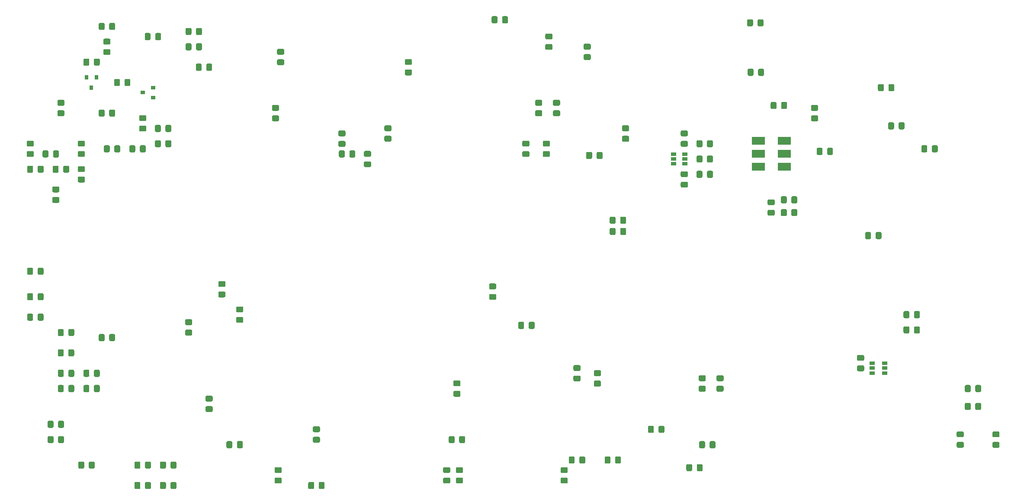
<source format=gbp>
G04 #@! TF.GenerationSoftware,KiCad,Pcbnew,5.1.12-84ad8e8a86~92~ubuntu20.04.1*
G04 #@! TF.CreationDate,2022-01-01T09:02:10-08:00*
G04 #@! TF.ProjectId,trx_mobo_concept_2,7472785f-6d6f-4626-9f5f-636f6e636570,rev?*
G04 #@! TF.SameCoordinates,Original*
G04 #@! TF.FileFunction,Paste,Bot*
G04 #@! TF.FilePolarity,Positive*
%FSLAX46Y46*%
G04 Gerber Fmt 4.6, Leading zero omitted, Abs format (unit mm)*
G04 Created by KiCad (PCBNEW 5.1.12-84ad8e8a86~92~ubuntu20.04.1) date 2022-01-01 09:02:10*
%MOMM*%
%LPD*%
G01*
G04 APERTURE LIST*
%ADD10R,0.800000X0.900000*%
%ADD11R,0.900000X0.800000*%
%ADD12R,1.000000X0.700000*%
%ADD13R,1.060000X0.650000*%
%ADD14R,2.540000X1.650000*%
G04 APERTURE END LIST*
G36*
G01*
X68600000Y-115549999D02*
X68600000Y-116450001D01*
G75*
G02*
X68350001Y-116700000I-249999J0D01*
G01*
X67699999Y-116700000D01*
G75*
G02*
X67450000Y-116450001I0J249999D01*
G01*
X67450000Y-115549999D01*
G75*
G02*
X67699999Y-115300000I249999J0D01*
G01*
X68350001Y-115300000D01*
G75*
G02*
X68600000Y-115549999I0J-249999D01*
G01*
G37*
G36*
G01*
X66550000Y-115549999D02*
X66550000Y-116450001D01*
G75*
G02*
X66300001Y-116700000I-249999J0D01*
G01*
X65649999Y-116700000D01*
G75*
G02*
X65400000Y-116450001I0J249999D01*
G01*
X65400000Y-115549999D01*
G75*
G02*
X65649999Y-115300000I249999J0D01*
G01*
X66300001Y-115300000D01*
G75*
G02*
X66550000Y-115549999I0J-249999D01*
G01*
G37*
G36*
G01*
X236050000Y-125549999D02*
X236050000Y-126450001D01*
G75*
G02*
X235800001Y-126700000I-249999J0D01*
G01*
X235149999Y-126700000D01*
G75*
G02*
X234900000Y-126450001I0J249999D01*
G01*
X234900000Y-125549999D01*
G75*
G02*
X235149999Y-125300000I249999J0D01*
G01*
X235800001Y-125300000D01*
G75*
G02*
X236050000Y-125549999I0J-249999D01*
G01*
G37*
G36*
G01*
X238100000Y-125549999D02*
X238100000Y-126450001D01*
G75*
G02*
X237850001Y-126700000I-249999J0D01*
G01*
X237199999Y-126700000D01*
G75*
G02*
X236950000Y-126450001I0J249999D01*
G01*
X236950000Y-125549999D01*
G75*
G02*
X237199999Y-125300000I249999J0D01*
G01*
X237850001Y-125300000D01*
G75*
G02*
X238100000Y-125549999I0J-249999D01*
G01*
G37*
G36*
G01*
X66549999Y-59450000D02*
X67450001Y-59450000D01*
G75*
G02*
X67700000Y-59699999I0J-249999D01*
G01*
X67700000Y-60350001D01*
G75*
G02*
X67450001Y-60600000I-249999J0D01*
G01*
X66549999Y-60600000D01*
G75*
G02*
X66300000Y-60350001I0J249999D01*
G01*
X66300000Y-59699999D01*
G75*
G02*
X66549999Y-59450000I249999J0D01*
G01*
G37*
G36*
G01*
X66549999Y-57400000D02*
X67450001Y-57400000D01*
G75*
G02*
X67700000Y-57649999I0J-249999D01*
G01*
X67700000Y-58300001D01*
G75*
G02*
X67450001Y-58550000I-249999J0D01*
G01*
X66549999Y-58550000D01*
G75*
G02*
X66300000Y-58300001I0J249999D01*
G01*
X66300000Y-57649999D01*
G75*
G02*
X66549999Y-57400000I249999J0D01*
G01*
G37*
G36*
G01*
X236050000Y-129049999D02*
X236050000Y-129950001D01*
G75*
G02*
X235800001Y-130200000I-249999J0D01*
G01*
X235149999Y-130200000D01*
G75*
G02*
X234900000Y-129950001I0J249999D01*
G01*
X234900000Y-129049999D01*
G75*
G02*
X235149999Y-128800000I249999J0D01*
G01*
X235800001Y-128800000D01*
G75*
G02*
X236050000Y-129049999I0J-249999D01*
G01*
G37*
G36*
G01*
X238100000Y-129049999D02*
X238100000Y-129950001D01*
G75*
G02*
X237850001Y-130200000I-249999J0D01*
G01*
X237199999Y-130200000D01*
G75*
G02*
X236950000Y-129950001I0J249999D01*
G01*
X236950000Y-129049999D01*
G75*
G02*
X237199999Y-128800000I249999J0D01*
G01*
X237850001Y-128800000D01*
G75*
G02*
X238100000Y-129049999I0J-249999D01*
G01*
G37*
G36*
G01*
X240549999Y-134400000D02*
X241450001Y-134400000D01*
G75*
G02*
X241700000Y-134649999I0J-249999D01*
G01*
X241700000Y-135300001D01*
G75*
G02*
X241450001Y-135550000I-249999J0D01*
G01*
X240549999Y-135550000D01*
G75*
G02*
X240300000Y-135300001I0J249999D01*
G01*
X240300000Y-134649999D01*
G75*
G02*
X240549999Y-134400000I249999J0D01*
G01*
G37*
G36*
G01*
X240549999Y-136450000D02*
X241450001Y-136450000D01*
G75*
G02*
X241700000Y-136699999I0J-249999D01*
G01*
X241700000Y-137350001D01*
G75*
G02*
X241450001Y-137600000I-249999J0D01*
G01*
X240549999Y-137600000D01*
G75*
G02*
X240300000Y-137350001I0J249999D01*
G01*
X240300000Y-136699999D01*
G75*
G02*
X240549999Y-136450000I249999J0D01*
G01*
G37*
G36*
G01*
X233549999Y-136450000D02*
X234450001Y-136450000D01*
G75*
G02*
X234700000Y-136699999I0J-249999D01*
G01*
X234700000Y-137350001D01*
G75*
G02*
X234450001Y-137600000I-249999J0D01*
G01*
X233549999Y-137600000D01*
G75*
G02*
X233300000Y-137350001I0J249999D01*
G01*
X233300000Y-136699999D01*
G75*
G02*
X233549999Y-136450000I249999J0D01*
G01*
G37*
G36*
G01*
X233549999Y-134400000D02*
X234450001Y-134400000D01*
G75*
G02*
X234700000Y-134649999I0J-249999D01*
G01*
X234700000Y-135300001D01*
G75*
G02*
X234450001Y-135550000I-249999J0D01*
G01*
X233549999Y-135550000D01*
G75*
G02*
X233300000Y-135300001I0J249999D01*
G01*
X233300000Y-134649999D01*
G75*
G02*
X233549999Y-134400000I249999J0D01*
G01*
G37*
G36*
G01*
X214049999Y-121450000D02*
X214950001Y-121450000D01*
G75*
G02*
X215200000Y-121699999I0J-249999D01*
G01*
X215200000Y-122350001D01*
G75*
G02*
X214950001Y-122600000I-249999J0D01*
G01*
X214049999Y-122600000D01*
G75*
G02*
X213800000Y-122350001I0J249999D01*
G01*
X213800000Y-121699999D01*
G75*
G02*
X214049999Y-121450000I249999J0D01*
G01*
G37*
G36*
G01*
X214049999Y-119400000D02*
X214950001Y-119400000D01*
G75*
G02*
X215200000Y-119649999I0J-249999D01*
G01*
X215200000Y-120300001D01*
G75*
G02*
X214950001Y-120550000I-249999J0D01*
G01*
X214049999Y-120550000D01*
G75*
G02*
X213800000Y-120300001I0J249999D01*
G01*
X213800000Y-119649999D01*
G75*
G02*
X214049999Y-119400000I249999J0D01*
G01*
G37*
G36*
G01*
X58550000Y-114549999D02*
X58550000Y-115450001D01*
G75*
G02*
X58300001Y-115700000I-249999J0D01*
G01*
X57649999Y-115700000D01*
G75*
G02*
X57400000Y-115450001I0J249999D01*
G01*
X57400000Y-114549999D01*
G75*
G02*
X57649999Y-114300000I249999J0D01*
G01*
X58300001Y-114300000D01*
G75*
G02*
X58550000Y-114549999I0J-249999D01*
G01*
G37*
G36*
G01*
X60600000Y-114549999D02*
X60600000Y-115450001D01*
G75*
G02*
X60350001Y-115700000I-249999J0D01*
G01*
X59699999Y-115700000D01*
G75*
G02*
X59450000Y-115450001I0J249999D01*
G01*
X59450000Y-114549999D01*
G75*
G02*
X59699999Y-114300000I249999J0D01*
G01*
X60350001Y-114300000D01*
G75*
G02*
X60600000Y-114549999I0J-249999D01*
G01*
G37*
G36*
G01*
X62400000Y-126450001D02*
X62400000Y-125549999D01*
G75*
G02*
X62649999Y-125300000I249999J0D01*
G01*
X63300001Y-125300000D01*
G75*
G02*
X63550000Y-125549999I0J-249999D01*
G01*
X63550000Y-126450001D01*
G75*
G02*
X63300001Y-126700000I-249999J0D01*
G01*
X62649999Y-126700000D01*
G75*
G02*
X62400000Y-126450001I0J249999D01*
G01*
G37*
G36*
G01*
X64450000Y-126450001D02*
X64450000Y-125549999D01*
G75*
G02*
X64699999Y-125300000I249999J0D01*
G01*
X65350001Y-125300000D01*
G75*
G02*
X65600000Y-125549999I0J-249999D01*
G01*
X65600000Y-126450001D01*
G75*
G02*
X65350001Y-126700000I-249999J0D01*
G01*
X64699999Y-126700000D01*
G75*
G02*
X64450000Y-126450001I0J249999D01*
G01*
G37*
G36*
G01*
X58550000Y-118549999D02*
X58550000Y-119450001D01*
G75*
G02*
X58300001Y-119700000I-249999J0D01*
G01*
X57649999Y-119700000D01*
G75*
G02*
X57400000Y-119450001I0J249999D01*
G01*
X57400000Y-118549999D01*
G75*
G02*
X57649999Y-118300000I249999J0D01*
G01*
X58300001Y-118300000D01*
G75*
G02*
X58550000Y-118549999I0J-249999D01*
G01*
G37*
G36*
G01*
X60600000Y-118549999D02*
X60600000Y-119450001D01*
G75*
G02*
X60350001Y-119700000I-249999J0D01*
G01*
X59699999Y-119700000D01*
G75*
G02*
X59450000Y-119450001I0J249999D01*
G01*
X59450000Y-118549999D01*
G75*
G02*
X59699999Y-118300000I249999J0D01*
G01*
X60350001Y-118300000D01*
G75*
G02*
X60600000Y-118549999I0J-249999D01*
G01*
G37*
G36*
G01*
X62400000Y-123450001D02*
X62400000Y-122549999D01*
G75*
G02*
X62649999Y-122300000I249999J0D01*
G01*
X63300001Y-122300000D01*
G75*
G02*
X63550000Y-122549999I0J-249999D01*
G01*
X63550000Y-123450001D01*
G75*
G02*
X63300001Y-123700000I-249999J0D01*
G01*
X62649999Y-123700000D01*
G75*
G02*
X62400000Y-123450001I0J249999D01*
G01*
G37*
G36*
G01*
X64450000Y-123450001D02*
X64450000Y-122549999D01*
G75*
G02*
X64699999Y-122300000I249999J0D01*
G01*
X65350001Y-122300000D01*
G75*
G02*
X65600000Y-122549999I0J-249999D01*
G01*
X65600000Y-123450001D01*
G75*
G02*
X65350001Y-123700000I-249999J0D01*
G01*
X64699999Y-123700000D01*
G75*
G02*
X64450000Y-123450001I0J249999D01*
G01*
G37*
G36*
G01*
X54600000Y-102549999D02*
X54600000Y-103450001D01*
G75*
G02*
X54350001Y-103700000I-249999J0D01*
G01*
X53699999Y-103700000D01*
G75*
G02*
X53450000Y-103450001I0J249999D01*
G01*
X53450000Y-102549999D01*
G75*
G02*
X53699999Y-102300000I249999J0D01*
G01*
X54350001Y-102300000D01*
G75*
G02*
X54600000Y-102549999I0J-249999D01*
G01*
G37*
G36*
G01*
X52550000Y-102549999D02*
X52550000Y-103450001D01*
G75*
G02*
X52300001Y-103700000I-249999J0D01*
G01*
X51649999Y-103700000D01*
G75*
G02*
X51400000Y-103450001I0J249999D01*
G01*
X51400000Y-102549999D01*
G75*
G02*
X51649999Y-102300000I249999J0D01*
G01*
X52300001Y-102300000D01*
G75*
G02*
X52550000Y-102549999I0J-249999D01*
G01*
G37*
G36*
G01*
X52550000Y-111549999D02*
X52550000Y-112450001D01*
G75*
G02*
X52300001Y-112700000I-249999J0D01*
G01*
X51649999Y-112700000D01*
G75*
G02*
X51400000Y-112450001I0J249999D01*
G01*
X51400000Y-111549999D01*
G75*
G02*
X51649999Y-111300000I249999J0D01*
G01*
X52300001Y-111300000D01*
G75*
G02*
X52550000Y-111549999I0J-249999D01*
G01*
G37*
G36*
G01*
X54600000Y-111549999D02*
X54600000Y-112450001D01*
G75*
G02*
X54350001Y-112700000I-249999J0D01*
G01*
X53699999Y-112700000D01*
G75*
G02*
X53450000Y-112450001I0J249999D01*
G01*
X53450000Y-111549999D01*
G75*
G02*
X53699999Y-111300000I249999J0D01*
G01*
X54350001Y-111300000D01*
G75*
G02*
X54600000Y-111549999I0J-249999D01*
G01*
G37*
G36*
G01*
X54600000Y-107549999D02*
X54600000Y-108450001D01*
G75*
G02*
X54350001Y-108700000I-249999J0D01*
G01*
X53699999Y-108700000D01*
G75*
G02*
X53450000Y-108450001I0J249999D01*
G01*
X53450000Y-107549999D01*
G75*
G02*
X53699999Y-107300000I249999J0D01*
G01*
X54350001Y-107300000D01*
G75*
G02*
X54600000Y-107549999I0J-249999D01*
G01*
G37*
G36*
G01*
X52550000Y-107549999D02*
X52550000Y-108450001D01*
G75*
G02*
X52300001Y-108700000I-249999J0D01*
G01*
X51649999Y-108700000D01*
G75*
G02*
X51400000Y-108450001I0J249999D01*
G01*
X51400000Y-107549999D01*
G75*
G02*
X51649999Y-107300000I249999J0D01*
G01*
X52300001Y-107300000D01*
G75*
G02*
X52550000Y-107549999I0J-249999D01*
G01*
G37*
G36*
G01*
X56550000Y-132549999D02*
X56550000Y-133450001D01*
G75*
G02*
X56300001Y-133700000I-249999J0D01*
G01*
X55649999Y-133700000D01*
G75*
G02*
X55400000Y-133450001I0J249999D01*
G01*
X55400000Y-132549999D01*
G75*
G02*
X55649999Y-132300000I249999J0D01*
G01*
X56300001Y-132300000D01*
G75*
G02*
X56550000Y-132549999I0J-249999D01*
G01*
G37*
G36*
G01*
X58600000Y-132549999D02*
X58600000Y-133450001D01*
G75*
G02*
X58350001Y-133700000I-249999J0D01*
G01*
X57699999Y-133700000D01*
G75*
G02*
X57450000Y-133450001I0J249999D01*
G01*
X57450000Y-132549999D01*
G75*
G02*
X57699999Y-132300000I249999J0D01*
G01*
X58350001Y-132300000D01*
G75*
G02*
X58600000Y-132549999I0J-249999D01*
G01*
G37*
G36*
G01*
X56550000Y-135549999D02*
X56550000Y-136450001D01*
G75*
G02*
X56300001Y-136700000I-249999J0D01*
G01*
X55649999Y-136700000D01*
G75*
G02*
X55400000Y-136450001I0J249999D01*
G01*
X55400000Y-135549999D01*
G75*
G02*
X55649999Y-135300000I249999J0D01*
G01*
X56300001Y-135300000D01*
G75*
G02*
X56550000Y-135549999I0J-249999D01*
G01*
G37*
G36*
G01*
X58600000Y-135549999D02*
X58600000Y-136450001D01*
G75*
G02*
X58350001Y-136700000I-249999J0D01*
G01*
X57699999Y-136700000D01*
G75*
G02*
X57450000Y-136450001I0J249999D01*
G01*
X57450000Y-135549999D01*
G75*
G02*
X57699999Y-135300000I249999J0D01*
G01*
X58350001Y-135300000D01*
G75*
G02*
X58600000Y-135549999I0J-249999D01*
G01*
G37*
G36*
G01*
X62550000Y-140549999D02*
X62550000Y-141450001D01*
G75*
G02*
X62300001Y-141700000I-249999J0D01*
G01*
X61649999Y-141700000D01*
G75*
G02*
X61400000Y-141450001I0J249999D01*
G01*
X61400000Y-140549999D01*
G75*
G02*
X61649999Y-140300000I249999J0D01*
G01*
X62300001Y-140300000D01*
G75*
G02*
X62550000Y-140549999I0J-249999D01*
G01*
G37*
G36*
G01*
X64600000Y-140549999D02*
X64600000Y-141450001D01*
G75*
G02*
X64350001Y-141700000I-249999J0D01*
G01*
X63699999Y-141700000D01*
G75*
G02*
X63450000Y-141450001I0J249999D01*
G01*
X63450000Y-140549999D01*
G75*
G02*
X63699999Y-140300000I249999J0D01*
G01*
X64350001Y-140300000D01*
G75*
G02*
X64600000Y-140549999I0J-249999D01*
G01*
G37*
G36*
G01*
X58550000Y-122549999D02*
X58550000Y-123450001D01*
G75*
G02*
X58300001Y-123700000I-249999J0D01*
G01*
X57649999Y-123700000D01*
G75*
G02*
X57400000Y-123450001I0J249999D01*
G01*
X57400000Y-122549999D01*
G75*
G02*
X57649999Y-122300000I249999J0D01*
G01*
X58300001Y-122300000D01*
G75*
G02*
X58550000Y-122549999I0J-249999D01*
G01*
G37*
G36*
G01*
X60600000Y-122549999D02*
X60600000Y-123450001D01*
G75*
G02*
X60350001Y-123700000I-249999J0D01*
G01*
X59699999Y-123700000D01*
G75*
G02*
X59450000Y-123450001I0J249999D01*
G01*
X59450000Y-122549999D01*
G75*
G02*
X59699999Y-122300000I249999J0D01*
G01*
X60350001Y-122300000D01*
G75*
G02*
X60600000Y-122549999I0J-249999D01*
G01*
G37*
G36*
G01*
X60600000Y-125549999D02*
X60600000Y-126450001D01*
G75*
G02*
X60350001Y-126700000I-249999J0D01*
G01*
X59699999Y-126700000D01*
G75*
G02*
X59450000Y-126450001I0J249999D01*
G01*
X59450000Y-125549999D01*
G75*
G02*
X59699999Y-125300000I249999J0D01*
G01*
X60350001Y-125300000D01*
G75*
G02*
X60600000Y-125549999I0J-249999D01*
G01*
G37*
G36*
G01*
X58550000Y-125549999D02*
X58550000Y-126450001D01*
G75*
G02*
X58300001Y-126700000I-249999J0D01*
G01*
X57649999Y-126700000D01*
G75*
G02*
X57400000Y-126450001I0J249999D01*
G01*
X57400000Y-125549999D01*
G75*
G02*
X57649999Y-125300000I249999J0D01*
G01*
X58300001Y-125300000D01*
G75*
G02*
X58550000Y-125549999I0J-249999D01*
G01*
G37*
G36*
G01*
X74450000Y-145450001D02*
X74450000Y-144549999D01*
G75*
G02*
X74699999Y-144300000I249999J0D01*
G01*
X75350001Y-144300000D01*
G75*
G02*
X75600000Y-144549999I0J-249999D01*
G01*
X75600000Y-145450001D01*
G75*
G02*
X75350001Y-145700000I-249999J0D01*
G01*
X74699999Y-145700000D01*
G75*
G02*
X74450000Y-145450001I0J249999D01*
G01*
G37*
G36*
G01*
X72400000Y-145450001D02*
X72400000Y-144549999D01*
G75*
G02*
X72649999Y-144300000I249999J0D01*
G01*
X73300001Y-144300000D01*
G75*
G02*
X73550000Y-144549999I0J-249999D01*
G01*
X73550000Y-145450001D01*
G75*
G02*
X73300001Y-145700000I-249999J0D01*
G01*
X72649999Y-145700000D01*
G75*
G02*
X72400000Y-145450001I0J249999D01*
G01*
G37*
G36*
G01*
X72400000Y-141450001D02*
X72400000Y-140549999D01*
G75*
G02*
X72649999Y-140300000I249999J0D01*
G01*
X73300001Y-140300000D01*
G75*
G02*
X73550000Y-140549999I0J-249999D01*
G01*
X73550000Y-141450001D01*
G75*
G02*
X73300001Y-141700000I-249999J0D01*
G01*
X72649999Y-141700000D01*
G75*
G02*
X72400000Y-141450001I0J249999D01*
G01*
G37*
G36*
G01*
X74450000Y-141450001D02*
X74450000Y-140549999D01*
G75*
G02*
X74699999Y-140300000I249999J0D01*
G01*
X75350001Y-140300000D01*
G75*
G02*
X75600000Y-140549999I0J-249999D01*
G01*
X75600000Y-141450001D01*
G75*
G02*
X75350001Y-141700000I-249999J0D01*
G01*
X74699999Y-141700000D01*
G75*
G02*
X74450000Y-141450001I0J249999D01*
G01*
G37*
G36*
G01*
X77400000Y-145450001D02*
X77400000Y-144549999D01*
G75*
G02*
X77649999Y-144300000I249999J0D01*
G01*
X78300001Y-144300000D01*
G75*
G02*
X78550000Y-144549999I0J-249999D01*
G01*
X78550000Y-145450001D01*
G75*
G02*
X78300001Y-145700000I-249999J0D01*
G01*
X77649999Y-145700000D01*
G75*
G02*
X77400000Y-145450001I0J249999D01*
G01*
G37*
G36*
G01*
X79450000Y-145450001D02*
X79450000Y-144549999D01*
G75*
G02*
X79699999Y-144300000I249999J0D01*
G01*
X80350001Y-144300000D01*
G75*
G02*
X80600000Y-144549999I0J-249999D01*
G01*
X80600000Y-145450001D01*
G75*
G02*
X80350001Y-145700000I-249999J0D01*
G01*
X79699999Y-145700000D01*
G75*
G02*
X79450000Y-145450001I0J249999D01*
G01*
G37*
G36*
G01*
X79450000Y-141450001D02*
X79450000Y-140549999D01*
G75*
G02*
X79699999Y-140300000I249999J0D01*
G01*
X80350001Y-140300000D01*
G75*
G02*
X80600000Y-140549999I0J-249999D01*
G01*
X80600000Y-141450001D01*
G75*
G02*
X80350001Y-141700000I-249999J0D01*
G01*
X79699999Y-141700000D01*
G75*
G02*
X79450000Y-141450001I0J249999D01*
G01*
G37*
G36*
G01*
X77400000Y-141450001D02*
X77400000Y-140549999D01*
G75*
G02*
X77649999Y-140300000I249999J0D01*
G01*
X78300001Y-140300000D01*
G75*
G02*
X78550000Y-140549999I0J-249999D01*
G01*
X78550000Y-141450001D01*
G75*
G02*
X78300001Y-141700000I-249999J0D01*
G01*
X77649999Y-141700000D01*
G75*
G02*
X77400000Y-141450001I0J249999D01*
G01*
G37*
G36*
G01*
X100450001Y-71550000D02*
X99549999Y-71550000D01*
G75*
G02*
X99300000Y-71300001I0J249999D01*
G01*
X99300000Y-70649999D01*
G75*
G02*
X99549999Y-70400000I249999J0D01*
G01*
X100450001Y-70400000D01*
G75*
G02*
X100700000Y-70649999I0J-249999D01*
G01*
X100700000Y-71300001D01*
G75*
G02*
X100450001Y-71550000I-249999J0D01*
G01*
G37*
G36*
G01*
X100450001Y-73600000D02*
X99549999Y-73600000D01*
G75*
G02*
X99300000Y-73350001I0J249999D01*
G01*
X99300000Y-72699999D01*
G75*
G02*
X99549999Y-72450000I249999J0D01*
G01*
X100450001Y-72450000D01*
G75*
G02*
X100700000Y-72699999I0J-249999D01*
G01*
X100700000Y-73350001D01*
G75*
G02*
X100450001Y-73600000I-249999J0D01*
G01*
G37*
G36*
G01*
X108450000Y-145450001D02*
X108450000Y-144549999D01*
G75*
G02*
X108699999Y-144300000I249999J0D01*
G01*
X109350001Y-144300000D01*
G75*
G02*
X109600000Y-144549999I0J-249999D01*
G01*
X109600000Y-145450001D01*
G75*
G02*
X109350001Y-145700000I-249999J0D01*
G01*
X108699999Y-145700000D01*
G75*
G02*
X108450000Y-145450001I0J249999D01*
G01*
G37*
G36*
G01*
X106400000Y-145450001D02*
X106400000Y-144549999D01*
G75*
G02*
X106649999Y-144300000I249999J0D01*
G01*
X107300001Y-144300000D01*
G75*
G02*
X107550000Y-144549999I0J-249999D01*
G01*
X107550000Y-145450001D01*
G75*
G02*
X107300001Y-145700000I-249999J0D01*
G01*
X106649999Y-145700000D01*
G75*
G02*
X106400000Y-145450001I0J249999D01*
G01*
G37*
G36*
G01*
X135549999Y-141400000D02*
X136450001Y-141400000D01*
G75*
G02*
X136700000Y-141649999I0J-249999D01*
G01*
X136700000Y-142300001D01*
G75*
G02*
X136450001Y-142550000I-249999J0D01*
G01*
X135549999Y-142550000D01*
G75*
G02*
X135300000Y-142300001I0J249999D01*
G01*
X135300000Y-141649999D01*
G75*
G02*
X135549999Y-141400000I249999J0D01*
G01*
G37*
G36*
G01*
X135549999Y-143450000D02*
X136450001Y-143450000D01*
G75*
G02*
X136700000Y-143699999I0J-249999D01*
G01*
X136700000Y-144350001D01*
G75*
G02*
X136450001Y-144600000I-249999J0D01*
G01*
X135549999Y-144600000D01*
G75*
G02*
X135300000Y-144350001I0J249999D01*
G01*
X135300000Y-143699999D01*
G75*
G02*
X135549999Y-143450000I249999J0D01*
G01*
G37*
G36*
G01*
X93600000Y-136549999D02*
X93600000Y-137450001D01*
G75*
G02*
X93350001Y-137700000I-249999J0D01*
G01*
X92699999Y-137700000D01*
G75*
G02*
X92450000Y-137450001I0J249999D01*
G01*
X92450000Y-136549999D01*
G75*
G02*
X92699999Y-136300000I249999J0D01*
G01*
X93350001Y-136300000D01*
G75*
G02*
X93600000Y-136549999I0J-249999D01*
G01*
G37*
G36*
G01*
X91550000Y-136549999D02*
X91550000Y-137450001D01*
G75*
G02*
X91300001Y-137700000I-249999J0D01*
G01*
X90649999Y-137700000D01*
G75*
G02*
X90400000Y-137450001I0J249999D01*
G01*
X90400000Y-136549999D01*
G75*
G02*
X90649999Y-136300000I249999J0D01*
G01*
X91300001Y-136300000D01*
G75*
G02*
X91550000Y-136549999I0J-249999D01*
G01*
G37*
G36*
G01*
X133900000Y-136450001D02*
X133900000Y-135549999D01*
G75*
G02*
X134149999Y-135300000I249999J0D01*
G01*
X134800001Y-135300000D01*
G75*
G02*
X135050000Y-135549999I0J-249999D01*
G01*
X135050000Y-136450001D01*
G75*
G02*
X134800001Y-136700000I-249999J0D01*
G01*
X134149999Y-136700000D01*
G75*
G02*
X133900000Y-136450001I0J249999D01*
G01*
G37*
G36*
G01*
X135950000Y-136450001D02*
X135950000Y-135549999D01*
G75*
G02*
X136199999Y-135300000I249999J0D01*
G01*
X136850001Y-135300000D01*
G75*
G02*
X137100000Y-135549999I0J-249999D01*
G01*
X137100000Y-136450001D01*
G75*
G02*
X136850001Y-136700000I-249999J0D01*
G01*
X136199999Y-136700000D01*
G75*
G02*
X135950000Y-136450001I0J249999D01*
G01*
G37*
G36*
G01*
X108450001Y-134550000D02*
X107549999Y-134550000D01*
G75*
G02*
X107300000Y-134300001I0J249999D01*
G01*
X107300000Y-133649999D01*
G75*
G02*
X107549999Y-133400000I249999J0D01*
G01*
X108450001Y-133400000D01*
G75*
G02*
X108700000Y-133649999I0J-249999D01*
G01*
X108700000Y-134300001D01*
G75*
G02*
X108450001Y-134550000I-249999J0D01*
G01*
G37*
G36*
G01*
X108450001Y-136600000D02*
X107549999Y-136600000D01*
G75*
G02*
X107300000Y-136350001I0J249999D01*
G01*
X107300000Y-135699999D01*
G75*
G02*
X107549999Y-135450000I249999J0D01*
G01*
X108450001Y-135450000D01*
G75*
G02*
X108700000Y-135699999I0J-249999D01*
G01*
X108700000Y-136350001D01*
G75*
G02*
X108450001Y-136600000I-249999J0D01*
G01*
G37*
G36*
G01*
X135950001Y-127600000D02*
X135049999Y-127600000D01*
G75*
G02*
X134800000Y-127350001I0J249999D01*
G01*
X134800000Y-126699999D01*
G75*
G02*
X135049999Y-126450000I249999J0D01*
G01*
X135950001Y-126450000D01*
G75*
G02*
X136200000Y-126699999I0J-249999D01*
G01*
X136200000Y-127350001D01*
G75*
G02*
X135950001Y-127600000I-249999J0D01*
G01*
G37*
G36*
G01*
X135950001Y-125550000D02*
X135049999Y-125550000D01*
G75*
G02*
X134800000Y-125300001I0J249999D01*
G01*
X134800000Y-124649999D01*
G75*
G02*
X135049999Y-124400000I249999J0D01*
G01*
X135950001Y-124400000D01*
G75*
G02*
X136200000Y-124649999I0J-249999D01*
G01*
X136200000Y-125300001D01*
G75*
G02*
X135950001Y-125550000I-249999J0D01*
G01*
G37*
G36*
G01*
X215400000Y-96450001D02*
X215400000Y-95549999D01*
G75*
G02*
X215649999Y-95300000I249999J0D01*
G01*
X216300001Y-95300000D01*
G75*
G02*
X216550000Y-95549999I0J-249999D01*
G01*
X216550000Y-96450001D01*
G75*
G02*
X216300001Y-96700000I-249999J0D01*
G01*
X215649999Y-96700000D01*
G75*
G02*
X215400000Y-96450001I0J249999D01*
G01*
G37*
G36*
G01*
X217450000Y-96450001D02*
X217450000Y-95549999D01*
G75*
G02*
X217699999Y-95300000I249999J0D01*
G01*
X218350001Y-95300000D01*
G75*
G02*
X218600000Y-95549999I0J-249999D01*
G01*
X218600000Y-96450001D01*
G75*
G02*
X218350001Y-96700000I-249999J0D01*
G01*
X217699999Y-96700000D01*
G75*
G02*
X217450000Y-96450001I0J249999D01*
G01*
G37*
G36*
G01*
X147500000Y-114050001D02*
X147500000Y-113149999D01*
G75*
G02*
X147749999Y-112900000I249999J0D01*
G01*
X148400001Y-112900000D01*
G75*
G02*
X148650000Y-113149999I0J-249999D01*
G01*
X148650000Y-114050001D01*
G75*
G02*
X148400001Y-114300000I-249999J0D01*
G01*
X147749999Y-114300000D01*
G75*
G02*
X147500000Y-114050001I0J249999D01*
G01*
G37*
G36*
G01*
X149550000Y-114050001D02*
X149550000Y-113149999D01*
G75*
G02*
X149799999Y-112900000I249999J0D01*
G01*
X150450001Y-112900000D01*
G75*
G02*
X150700000Y-113149999I0J-249999D01*
G01*
X150700000Y-114050001D01*
G75*
G02*
X150450001Y-114300000I-249999J0D01*
G01*
X149799999Y-114300000D01*
G75*
G02*
X149550000Y-114050001I0J249999D01*
G01*
G37*
G36*
G01*
X162549999Y-124450000D02*
X163450001Y-124450000D01*
G75*
G02*
X163700000Y-124699999I0J-249999D01*
G01*
X163700000Y-125350001D01*
G75*
G02*
X163450001Y-125600000I-249999J0D01*
G01*
X162549999Y-125600000D01*
G75*
G02*
X162300000Y-125350001I0J249999D01*
G01*
X162300000Y-124699999D01*
G75*
G02*
X162549999Y-124450000I249999J0D01*
G01*
G37*
G36*
G01*
X162549999Y-122400000D02*
X163450001Y-122400000D01*
G75*
G02*
X163700000Y-122649999I0J-249999D01*
G01*
X163700000Y-123300001D01*
G75*
G02*
X163450001Y-123550000I-249999J0D01*
G01*
X162549999Y-123550000D01*
G75*
G02*
X162300000Y-123300001I0J249999D01*
G01*
X162300000Y-122649999D01*
G75*
G02*
X162549999Y-122400000I249999J0D01*
G01*
G37*
G36*
G01*
X142049999Y-107450000D02*
X142950001Y-107450000D01*
G75*
G02*
X143200000Y-107699999I0J-249999D01*
G01*
X143200000Y-108350001D01*
G75*
G02*
X142950001Y-108600000I-249999J0D01*
G01*
X142049999Y-108600000D01*
G75*
G02*
X141800000Y-108350001I0J249999D01*
G01*
X141800000Y-107699999D01*
G75*
G02*
X142049999Y-107450000I249999J0D01*
G01*
G37*
G36*
G01*
X142049999Y-105400000D02*
X142950001Y-105400000D01*
G75*
G02*
X143200000Y-105649999I0J-249999D01*
G01*
X143200000Y-106300001D01*
G75*
G02*
X142950001Y-106550000I-249999J0D01*
G01*
X142049999Y-106550000D01*
G75*
G02*
X141800000Y-106300001I0J249999D01*
G01*
X141800000Y-105649999D01*
G75*
G02*
X142049999Y-105400000I249999J0D01*
G01*
G37*
G36*
G01*
X66550000Y-54549999D02*
X66550000Y-55450001D01*
G75*
G02*
X66300001Y-55700000I-249999J0D01*
G01*
X65649999Y-55700000D01*
G75*
G02*
X65400000Y-55450001I0J249999D01*
G01*
X65400000Y-54549999D01*
G75*
G02*
X65649999Y-54300000I249999J0D01*
G01*
X66300001Y-54300000D01*
G75*
G02*
X66550000Y-54549999I0J-249999D01*
G01*
G37*
G36*
G01*
X68600000Y-54549999D02*
X68600000Y-55450001D01*
G75*
G02*
X68350001Y-55700000I-249999J0D01*
G01*
X67699999Y-55700000D01*
G75*
G02*
X67450000Y-55450001I0J249999D01*
G01*
X67450000Y-54549999D01*
G75*
G02*
X67699999Y-54300000I249999J0D01*
G01*
X68350001Y-54300000D01*
G75*
G02*
X68600000Y-54549999I0J-249999D01*
G01*
G37*
G36*
G01*
X77600000Y-56549999D02*
X77600000Y-57450001D01*
G75*
G02*
X77350001Y-57700000I-249999J0D01*
G01*
X76699999Y-57700000D01*
G75*
G02*
X76450000Y-57450001I0J249999D01*
G01*
X76450000Y-56549999D01*
G75*
G02*
X76699999Y-56300000I249999J0D01*
G01*
X77350001Y-56300000D01*
G75*
G02*
X77600000Y-56549999I0J-249999D01*
G01*
G37*
G36*
G01*
X75550000Y-56549999D02*
X75550000Y-57450001D01*
G75*
G02*
X75300001Y-57700000I-249999J0D01*
G01*
X74649999Y-57700000D01*
G75*
G02*
X74400000Y-57450001I0J249999D01*
G01*
X74400000Y-56549999D01*
G75*
G02*
X74649999Y-56300000I249999J0D01*
G01*
X75300001Y-56300000D01*
G75*
G02*
X75550000Y-56549999I0J-249999D01*
G01*
G37*
G36*
G01*
X69600000Y-78549999D02*
X69600000Y-79450001D01*
G75*
G02*
X69350001Y-79700000I-249999J0D01*
G01*
X68699999Y-79700000D01*
G75*
G02*
X68450000Y-79450001I0J249999D01*
G01*
X68450000Y-78549999D01*
G75*
G02*
X68699999Y-78300000I249999J0D01*
G01*
X69350001Y-78300000D01*
G75*
G02*
X69600000Y-78549999I0J-249999D01*
G01*
G37*
G36*
G01*
X67550000Y-78549999D02*
X67550000Y-79450001D01*
G75*
G02*
X67300001Y-79700000I-249999J0D01*
G01*
X66649999Y-79700000D01*
G75*
G02*
X66400000Y-79450001I0J249999D01*
G01*
X66400000Y-78549999D01*
G75*
G02*
X66649999Y-78300000I249999J0D01*
G01*
X67300001Y-78300000D01*
G75*
G02*
X67550000Y-78549999I0J-249999D01*
G01*
G37*
G36*
G01*
X62450001Y-78550000D02*
X61549999Y-78550000D01*
G75*
G02*
X61300000Y-78300001I0J249999D01*
G01*
X61300000Y-77649999D01*
G75*
G02*
X61549999Y-77400000I249999J0D01*
G01*
X62450001Y-77400000D01*
G75*
G02*
X62700000Y-77649999I0J-249999D01*
G01*
X62700000Y-78300001D01*
G75*
G02*
X62450001Y-78550000I-249999J0D01*
G01*
G37*
G36*
G01*
X62450001Y-80600000D02*
X61549999Y-80600000D01*
G75*
G02*
X61300000Y-80350001I0J249999D01*
G01*
X61300000Y-79699999D01*
G75*
G02*
X61549999Y-79450000I249999J0D01*
G01*
X62450001Y-79450000D01*
G75*
G02*
X62700000Y-79699999I0J-249999D01*
G01*
X62700000Y-80350001D01*
G75*
G02*
X62450001Y-80600000I-249999J0D01*
G01*
G37*
G36*
G01*
X56400000Y-83450001D02*
X56400000Y-82549999D01*
G75*
G02*
X56649999Y-82300000I249999J0D01*
G01*
X57300001Y-82300000D01*
G75*
G02*
X57550000Y-82549999I0J-249999D01*
G01*
X57550000Y-83450001D01*
G75*
G02*
X57300001Y-83700000I-249999J0D01*
G01*
X56649999Y-83700000D01*
G75*
G02*
X56400000Y-83450001I0J249999D01*
G01*
G37*
G36*
G01*
X58450000Y-83450001D02*
X58450000Y-82549999D01*
G75*
G02*
X58699999Y-82300000I249999J0D01*
G01*
X59350001Y-82300000D01*
G75*
G02*
X59600000Y-82549999I0J-249999D01*
G01*
X59600000Y-83450001D01*
G75*
G02*
X59350001Y-83700000I-249999J0D01*
G01*
X58699999Y-83700000D01*
G75*
G02*
X58450000Y-83450001I0J249999D01*
G01*
G37*
G36*
G01*
X53450000Y-83450001D02*
X53450000Y-82549999D01*
G75*
G02*
X53699999Y-82300000I249999J0D01*
G01*
X54350001Y-82300000D01*
G75*
G02*
X54600000Y-82549999I0J-249999D01*
G01*
X54600000Y-83450001D01*
G75*
G02*
X54350001Y-83700000I-249999J0D01*
G01*
X53699999Y-83700000D01*
G75*
G02*
X53450000Y-83450001I0J249999D01*
G01*
G37*
G36*
G01*
X51400000Y-83450001D02*
X51400000Y-82549999D01*
G75*
G02*
X51649999Y-82300000I249999J0D01*
G01*
X52300001Y-82300000D01*
G75*
G02*
X52550000Y-82549999I0J-249999D01*
G01*
X52550000Y-83450001D01*
G75*
G02*
X52300001Y-83700000I-249999J0D01*
G01*
X51649999Y-83700000D01*
G75*
G02*
X51400000Y-83450001I0J249999D01*
G01*
G37*
G36*
G01*
X57600000Y-79549999D02*
X57600000Y-80450001D01*
G75*
G02*
X57350001Y-80700000I-249999J0D01*
G01*
X56699999Y-80700000D01*
G75*
G02*
X56450000Y-80450001I0J249999D01*
G01*
X56450000Y-79549999D01*
G75*
G02*
X56699999Y-79300000I249999J0D01*
G01*
X57350001Y-79300000D01*
G75*
G02*
X57600000Y-79549999I0J-249999D01*
G01*
G37*
G36*
G01*
X55550000Y-79549999D02*
X55550000Y-80450001D01*
G75*
G02*
X55300001Y-80700000I-249999J0D01*
G01*
X54649999Y-80700000D01*
G75*
G02*
X54400000Y-80450001I0J249999D01*
G01*
X54400000Y-79549999D01*
G75*
G02*
X54649999Y-79300000I249999J0D01*
G01*
X55300001Y-79300000D01*
G75*
G02*
X55550000Y-79549999I0J-249999D01*
G01*
G37*
G36*
G01*
X74450001Y-73550000D02*
X73549999Y-73550000D01*
G75*
G02*
X73300000Y-73300001I0J249999D01*
G01*
X73300000Y-72649999D01*
G75*
G02*
X73549999Y-72400000I249999J0D01*
G01*
X74450001Y-72400000D01*
G75*
G02*
X74700000Y-72649999I0J-249999D01*
G01*
X74700000Y-73300001D01*
G75*
G02*
X74450001Y-73550000I-249999J0D01*
G01*
G37*
G36*
G01*
X74450001Y-75600000D02*
X73549999Y-75600000D01*
G75*
G02*
X73300000Y-75350001I0J249999D01*
G01*
X73300000Y-74699999D01*
G75*
G02*
X73549999Y-74450000I249999J0D01*
G01*
X74450001Y-74450000D01*
G75*
G02*
X74700000Y-74699999I0J-249999D01*
G01*
X74700000Y-75350001D01*
G75*
G02*
X74450001Y-75600000I-249999J0D01*
G01*
G37*
G36*
G01*
X122450001Y-77600000D02*
X121549999Y-77600000D01*
G75*
G02*
X121300000Y-77350001I0J249999D01*
G01*
X121300000Y-76699999D01*
G75*
G02*
X121549999Y-76450000I249999J0D01*
G01*
X122450001Y-76450000D01*
G75*
G02*
X122700000Y-76699999I0J-249999D01*
G01*
X122700000Y-77350001D01*
G75*
G02*
X122450001Y-77600000I-249999J0D01*
G01*
G37*
G36*
G01*
X122450001Y-75550000D02*
X121549999Y-75550000D01*
G75*
G02*
X121300000Y-75300001I0J249999D01*
G01*
X121300000Y-74649999D01*
G75*
G02*
X121549999Y-74400000I249999J0D01*
G01*
X122450001Y-74400000D01*
G75*
G02*
X122700000Y-74649999I0J-249999D01*
G01*
X122700000Y-75300001D01*
G75*
G02*
X122450001Y-75550000I-249999J0D01*
G01*
G37*
G36*
G01*
X153049999Y-58450000D02*
X153950001Y-58450000D01*
G75*
G02*
X154200000Y-58699999I0J-249999D01*
G01*
X154200000Y-59350001D01*
G75*
G02*
X153950001Y-59600000I-249999J0D01*
G01*
X153049999Y-59600000D01*
G75*
G02*
X152800000Y-59350001I0J249999D01*
G01*
X152800000Y-58699999D01*
G75*
G02*
X153049999Y-58450000I249999J0D01*
G01*
G37*
G36*
G01*
X153049999Y-56400000D02*
X153950001Y-56400000D01*
G75*
G02*
X154200000Y-56649999I0J-249999D01*
G01*
X154200000Y-57300001D01*
G75*
G02*
X153950001Y-57550000I-249999J0D01*
G01*
X153049999Y-57550000D01*
G75*
G02*
X152800000Y-57300001I0J249999D01*
G01*
X152800000Y-56649999D01*
G75*
G02*
X153049999Y-56400000I249999J0D01*
G01*
G37*
G36*
G01*
X168950001Y-77600000D02*
X168049999Y-77600000D01*
G75*
G02*
X167800000Y-77350001I0J249999D01*
G01*
X167800000Y-76699999D01*
G75*
G02*
X168049999Y-76450000I249999J0D01*
G01*
X168950001Y-76450000D01*
G75*
G02*
X169200000Y-76699999I0J-249999D01*
G01*
X169200000Y-77350001D01*
G75*
G02*
X168950001Y-77600000I-249999J0D01*
G01*
G37*
G36*
G01*
X168950001Y-75550000D02*
X168049999Y-75550000D01*
G75*
G02*
X167800000Y-75300001I0J249999D01*
G01*
X167800000Y-74649999D01*
G75*
G02*
X168049999Y-74400000I249999J0D01*
G01*
X168950001Y-74400000D01*
G75*
G02*
X169200000Y-74649999I0J-249999D01*
G01*
X169200000Y-75300001D01*
G75*
G02*
X168950001Y-75550000I-249999J0D01*
G01*
G37*
G36*
G01*
X160800000Y-80750001D02*
X160800000Y-79849999D01*
G75*
G02*
X161049999Y-79600000I249999J0D01*
G01*
X161700001Y-79600000D01*
G75*
G02*
X161950000Y-79849999I0J-249999D01*
G01*
X161950000Y-80750001D01*
G75*
G02*
X161700001Y-81000000I-249999J0D01*
G01*
X161049999Y-81000000D01*
G75*
G02*
X160800000Y-80750001I0J249999D01*
G01*
G37*
G36*
G01*
X162850000Y-80750001D02*
X162850000Y-79849999D01*
G75*
G02*
X163099999Y-79600000I249999J0D01*
G01*
X163750001Y-79600000D01*
G75*
G02*
X164000000Y-79849999I0J-249999D01*
G01*
X164000000Y-80750001D01*
G75*
G02*
X163750001Y-81000000I-249999J0D01*
G01*
X163099999Y-81000000D01*
G75*
G02*
X162850000Y-80750001I0J249999D01*
G01*
G37*
G36*
G01*
X167450000Y-95650001D02*
X167450000Y-94749999D01*
G75*
G02*
X167699999Y-94500000I249999J0D01*
G01*
X168350001Y-94500000D01*
G75*
G02*
X168600000Y-94749999I0J-249999D01*
G01*
X168600000Y-95650001D01*
G75*
G02*
X168350001Y-95900000I-249999J0D01*
G01*
X167699999Y-95900000D01*
G75*
G02*
X167450000Y-95650001I0J249999D01*
G01*
G37*
G36*
G01*
X165400000Y-95650001D02*
X165400000Y-94749999D01*
G75*
G02*
X165649999Y-94500000I249999J0D01*
G01*
X166300001Y-94500000D01*
G75*
G02*
X166550000Y-94749999I0J-249999D01*
G01*
X166550000Y-95650001D01*
G75*
G02*
X166300001Y-95900000I-249999J0D01*
G01*
X165649999Y-95900000D01*
G75*
G02*
X165400000Y-95650001I0J249999D01*
G01*
G37*
G36*
G01*
X182400000Y-81450001D02*
X182400000Y-80549999D01*
G75*
G02*
X182649999Y-80300000I249999J0D01*
G01*
X183300001Y-80300000D01*
G75*
G02*
X183550000Y-80549999I0J-249999D01*
G01*
X183550000Y-81450001D01*
G75*
G02*
X183300001Y-81700000I-249999J0D01*
G01*
X182649999Y-81700000D01*
G75*
G02*
X182400000Y-81450001I0J249999D01*
G01*
G37*
G36*
G01*
X184450000Y-81450001D02*
X184450000Y-80549999D01*
G75*
G02*
X184699999Y-80300000I249999J0D01*
G01*
X185350001Y-80300000D01*
G75*
G02*
X185600000Y-80549999I0J-249999D01*
G01*
X185600000Y-81450001D01*
G75*
G02*
X185350001Y-81700000I-249999J0D01*
G01*
X184699999Y-81700000D01*
G75*
G02*
X184450000Y-81450001I0J249999D01*
G01*
G37*
G36*
G01*
X152549999Y-79450000D02*
X153450001Y-79450000D01*
G75*
G02*
X153700000Y-79699999I0J-249999D01*
G01*
X153700000Y-80350001D01*
G75*
G02*
X153450001Y-80600000I-249999J0D01*
G01*
X152549999Y-80600000D01*
G75*
G02*
X152300000Y-80350001I0J249999D01*
G01*
X152300000Y-79699999D01*
G75*
G02*
X152549999Y-79450000I249999J0D01*
G01*
G37*
G36*
G01*
X152549999Y-77400000D02*
X153450001Y-77400000D01*
G75*
G02*
X153700000Y-77649999I0J-249999D01*
G01*
X153700000Y-78300001D01*
G75*
G02*
X153450001Y-78550000I-249999J0D01*
G01*
X152549999Y-78550000D01*
G75*
G02*
X152300000Y-78300001I0J249999D01*
G01*
X152300000Y-77649999D01*
G75*
G02*
X152549999Y-77400000I249999J0D01*
G01*
G37*
G36*
G01*
X151950001Y-72600000D02*
X151049999Y-72600000D01*
G75*
G02*
X150800000Y-72350001I0J249999D01*
G01*
X150800000Y-71699999D01*
G75*
G02*
X151049999Y-71450000I249999J0D01*
G01*
X151950001Y-71450000D01*
G75*
G02*
X152200000Y-71699999I0J-249999D01*
G01*
X152200000Y-72350001D01*
G75*
G02*
X151950001Y-72600000I-249999J0D01*
G01*
G37*
G36*
G01*
X151950001Y-70550000D02*
X151049999Y-70550000D01*
G75*
G02*
X150800000Y-70300001I0J249999D01*
G01*
X150800000Y-69649999D01*
G75*
G02*
X151049999Y-69400000I249999J0D01*
G01*
X151950001Y-69400000D01*
G75*
G02*
X152200000Y-69649999I0J-249999D01*
G01*
X152200000Y-70300001D01*
G75*
G02*
X151950001Y-70550000I-249999J0D01*
G01*
G37*
G36*
G01*
X179549999Y-85450000D02*
X180450001Y-85450000D01*
G75*
G02*
X180700000Y-85699999I0J-249999D01*
G01*
X180700000Y-86350001D01*
G75*
G02*
X180450001Y-86600000I-249999J0D01*
G01*
X179549999Y-86600000D01*
G75*
G02*
X179300000Y-86350001I0J249999D01*
G01*
X179300000Y-85699999D01*
G75*
G02*
X179549999Y-85450000I249999J0D01*
G01*
G37*
G36*
G01*
X179549999Y-83400000D02*
X180450001Y-83400000D01*
G75*
G02*
X180700000Y-83649999I0J-249999D01*
G01*
X180700000Y-84300001D01*
G75*
G02*
X180450001Y-84550000I-249999J0D01*
G01*
X179549999Y-84550000D01*
G75*
G02*
X179300000Y-84300001I0J249999D01*
G01*
X179300000Y-83649999D01*
G75*
G02*
X179549999Y-83400000I249999J0D01*
G01*
G37*
G36*
G01*
X180450001Y-78600000D02*
X179549999Y-78600000D01*
G75*
G02*
X179300000Y-78350001I0J249999D01*
G01*
X179300000Y-77699999D01*
G75*
G02*
X179549999Y-77450000I249999J0D01*
G01*
X180450001Y-77450000D01*
G75*
G02*
X180700000Y-77699999I0J-249999D01*
G01*
X180700000Y-78350001D01*
G75*
G02*
X180450001Y-78600000I-249999J0D01*
G01*
G37*
G36*
G01*
X180450001Y-76550000D02*
X179549999Y-76550000D01*
G75*
G02*
X179300000Y-76300001I0J249999D01*
G01*
X179300000Y-75649999D01*
G75*
G02*
X179549999Y-75400000I249999J0D01*
G01*
X180450001Y-75400000D01*
G75*
G02*
X180700000Y-75649999I0J-249999D01*
G01*
X180700000Y-76300001D01*
G75*
G02*
X180450001Y-76550000I-249999J0D01*
G01*
G37*
G36*
G01*
X192300000Y-54750001D02*
X192300000Y-53849999D01*
G75*
G02*
X192549999Y-53600000I249999J0D01*
G01*
X193200001Y-53600000D01*
G75*
G02*
X193450000Y-53849999I0J-249999D01*
G01*
X193450000Y-54750001D01*
G75*
G02*
X193200001Y-55000000I-249999J0D01*
G01*
X192549999Y-55000000D01*
G75*
G02*
X192300000Y-54750001I0J249999D01*
G01*
G37*
G36*
G01*
X194350000Y-54750001D02*
X194350000Y-53849999D01*
G75*
G02*
X194599999Y-53600000I249999J0D01*
G01*
X195250001Y-53600000D01*
G75*
G02*
X195500000Y-53849999I0J-249999D01*
G01*
X195500000Y-54750001D01*
G75*
G02*
X195250001Y-55000000I-249999J0D01*
G01*
X194599999Y-55000000D01*
G75*
G02*
X194350000Y-54750001I0J249999D01*
G01*
G37*
G36*
G01*
X223100000Y-74049999D02*
X223100000Y-74950001D01*
G75*
G02*
X222850001Y-75200000I-249999J0D01*
G01*
X222199999Y-75200000D01*
G75*
G02*
X221950000Y-74950001I0J249999D01*
G01*
X221950000Y-74049999D01*
G75*
G02*
X222199999Y-73800000I249999J0D01*
G01*
X222850001Y-73800000D01*
G75*
G02*
X223100000Y-74049999I0J-249999D01*
G01*
G37*
G36*
G01*
X221050000Y-74049999D02*
X221050000Y-74950001D01*
G75*
G02*
X220800001Y-75200000I-249999J0D01*
G01*
X220149999Y-75200000D01*
G75*
G02*
X219900000Y-74950001I0J249999D01*
G01*
X219900000Y-74049999D01*
G75*
G02*
X220149999Y-73800000I249999J0D01*
G01*
X220800001Y-73800000D01*
G75*
G02*
X221050000Y-74049999I0J-249999D01*
G01*
G37*
G36*
G01*
X198950000Y-70950001D02*
X198950000Y-70049999D01*
G75*
G02*
X199199999Y-69800000I249999J0D01*
G01*
X199850001Y-69800000D01*
G75*
G02*
X200100000Y-70049999I0J-249999D01*
G01*
X200100000Y-70950001D01*
G75*
G02*
X199850001Y-71200000I-249999J0D01*
G01*
X199199999Y-71200000D01*
G75*
G02*
X198950000Y-70950001I0J249999D01*
G01*
G37*
G36*
G01*
X196900000Y-70950001D02*
X196900000Y-70049999D01*
G75*
G02*
X197149999Y-69800000I249999J0D01*
G01*
X197800001Y-69800000D01*
G75*
G02*
X198050000Y-70049999I0J-249999D01*
G01*
X198050000Y-70950001D01*
G75*
G02*
X197800001Y-71200000I-249999J0D01*
G01*
X197149999Y-71200000D01*
G75*
G02*
X196900000Y-70950001I0J249999D01*
G01*
G37*
G36*
G01*
X195600000Y-63549999D02*
X195600000Y-64450001D01*
G75*
G02*
X195350001Y-64700000I-249999J0D01*
G01*
X194699999Y-64700000D01*
G75*
G02*
X194450000Y-64450001I0J249999D01*
G01*
X194450000Y-63549999D01*
G75*
G02*
X194699999Y-63300000I249999J0D01*
G01*
X195350001Y-63300000D01*
G75*
G02*
X195600000Y-63549999I0J-249999D01*
G01*
G37*
G36*
G01*
X193550000Y-63549999D02*
X193550000Y-64450001D01*
G75*
G02*
X193300001Y-64700000I-249999J0D01*
G01*
X192649999Y-64700000D01*
G75*
G02*
X192400000Y-64450001I0J249999D01*
G01*
X192400000Y-63549999D01*
G75*
G02*
X192649999Y-63300000I249999J0D01*
G01*
X193300001Y-63300000D01*
G75*
G02*
X193550000Y-63549999I0J-249999D01*
G01*
G37*
G36*
G01*
X207950000Y-79950001D02*
X207950000Y-79049999D01*
G75*
G02*
X208199999Y-78800000I249999J0D01*
G01*
X208850001Y-78800000D01*
G75*
G02*
X209100000Y-79049999I0J-249999D01*
G01*
X209100000Y-79950001D01*
G75*
G02*
X208850001Y-80200000I-249999J0D01*
G01*
X208199999Y-80200000D01*
G75*
G02*
X207950000Y-79950001I0J249999D01*
G01*
G37*
G36*
G01*
X205900000Y-79950001D02*
X205900000Y-79049999D01*
G75*
G02*
X206149999Y-78800000I249999J0D01*
G01*
X206800001Y-78800000D01*
G75*
G02*
X207050000Y-79049999I0J-249999D01*
G01*
X207050000Y-79950001D01*
G75*
G02*
X206800001Y-80200000I-249999J0D01*
G01*
X206149999Y-80200000D01*
G75*
G02*
X205900000Y-79950001I0J249999D01*
G01*
G37*
G36*
G01*
X205950001Y-71550000D02*
X205049999Y-71550000D01*
G75*
G02*
X204800000Y-71300001I0J249999D01*
G01*
X204800000Y-70649999D01*
G75*
G02*
X205049999Y-70400000I249999J0D01*
G01*
X205950001Y-70400000D01*
G75*
G02*
X206200000Y-70649999I0J-249999D01*
G01*
X206200000Y-71300001D01*
G75*
G02*
X205950001Y-71550000I-249999J0D01*
G01*
G37*
G36*
G01*
X205950001Y-73600000D02*
X205049999Y-73600000D01*
G75*
G02*
X204800000Y-73350001I0J249999D01*
G01*
X204800000Y-72699999D01*
G75*
G02*
X205049999Y-72450000I249999J0D01*
G01*
X205950001Y-72450000D01*
G75*
G02*
X206200000Y-72699999I0J-249999D01*
G01*
X206200000Y-73350001D01*
G75*
G02*
X205950001Y-73600000I-249999J0D01*
G01*
G37*
G36*
G01*
X219050000Y-66549999D02*
X219050000Y-67450001D01*
G75*
G02*
X218800001Y-67700000I-249999J0D01*
G01*
X218149999Y-67700000D01*
G75*
G02*
X217900000Y-67450001I0J249999D01*
G01*
X217900000Y-66549999D01*
G75*
G02*
X218149999Y-66300000I249999J0D01*
G01*
X218800001Y-66300000D01*
G75*
G02*
X219050000Y-66549999I0J-249999D01*
G01*
G37*
G36*
G01*
X221100000Y-66549999D02*
X221100000Y-67450001D01*
G75*
G02*
X220850001Y-67700000I-249999J0D01*
G01*
X220199999Y-67700000D01*
G75*
G02*
X219950000Y-67450001I0J249999D01*
G01*
X219950000Y-66549999D01*
G75*
G02*
X220199999Y-66300000I249999J0D01*
G01*
X220850001Y-66300000D01*
G75*
G02*
X221100000Y-66549999I0J-249999D01*
G01*
G37*
G36*
G01*
X227550000Y-78549999D02*
X227550000Y-79450001D01*
G75*
G02*
X227300001Y-79700000I-249999J0D01*
G01*
X226649999Y-79700000D01*
G75*
G02*
X226400000Y-79450001I0J249999D01*
G01*
X226400000Y-78549999D01*
G75*
G02*
X226649999Y-78300000I249999J0D01*
G01*
X227300001Y-78300000D01*
G75*
G02*
X227550000Y-78549999I0J-249999D01*
G01*
G37*
G36*
G01*
X229600000Y-78549999D02*
X229600000Y-79450001D01*
G75*
G02*
X229350001Y-79700000I-249999J0D01*
G01*
X228699999Y-79700000D01*
G75*
G02*
X228450000Y-79450001I0J249999D01*
G01*
X228450000Y-78549999D01*
G75*
G02*
X228699999Y-78300000I249999J0D01*
G01*
X229350001Y-78300000D01*
G75*
G02*
X229600000Y-78549999I0J-249999D01*
G01*
G37*
G36*
G01*
X149450001Y-78550000D02*
X148549999Y-78550000D01*
G75*
G02*
X148300000Y-78300001I0J249999D01*
G01*
X148300000Y-77649999D01*
G75*
G02*
X148549999Y-77400000I249999J0D01*
G01*
X149450001Y-77400000D01*
G75*
G02*
X149700000Y-77649999I0J-249999D01*
G01*
X149700000Y-78300001D01*
G75*
G02*
X149450001Y-78550000I-249999J0D01*
G01*
G37*
G36*
G01*
X149450001Y-80600000D02*
X148549999Y-80600000D01*
G75*
G02*
X148300000Y-80350001I0J249999D01*
G01*
X148300000Y-79699999D01*
G75*
G02*
X148549999Y-79450000I249999J0D01*
G01*
X149450001Y-79450000D01*
G75*
G02*
X149700000Y-79699999I0J-249999D01*
G01*
X149700000Y-80350001D01*
G75*
G02*
X149450001Y-80600000I-249999J0D01*
G01*
G37*
G36*
G01*
X154549999Y-69400000D02*
X155450001Y-69400000D01*
G75*
G02*
X155700000Y-69649999I0J-249999D01*
G01*
X155700000Y-70300001D01*
G75*
G02*
X155450001Y-70550000I-249999J0D01*
G01*
X154549999Y-70550000D01*
G75*
G02*
X154300000Y-70300001I0J249999D01*
G01*
X154300000Y-69649999D01*
G75*
G02*
X154549999Y-69400000I249999J0D01*
G01*
G37*
G36*
G01*
X154549999Y-71450000D02*
X155450001Y-71450000D01*
G75*
G02*
X155700000Y-71699999I0J-249999D01*
G01*
X155700000Y-72350001D01*
G75*
G02*
X155450001Y-72600000I-249999J0D01*
G01*
X154549999Y-72600000D01*
G75*
G02*
X154300000Y-72350001I0J249999D01*
G01*
X154300000Y-71699999D01*
G75*
G02*
X154549999Y-71450000I249999J0D01*
G01*
G37*
D10*
X63020000Y-64990000D03*
X64920000Y-64990000D03*
X63970000Y-66990000D03*
D11*
X76010000Y-67020000D03*
X76010000Y-68920000D03*
X74010000Y-67970000D03*
G36*
G01*
X222900000Y-114950001D02*
X222900000Y-114049999D01*
G75*
G02*
X223149999Y-113800000I249999J0D01*
G01*
X223800001Y-113800000D01*
G75*
G02*
X224050000Y-114049999I0J-249999D01*
G01*
X224050000Y-114950001D01*
G75*
G02*
X223800001Y-115200000I-249999J0D01*
G01*
X223149999Y-115200000D01*
G75*
G02*
X222900000Y-114950001I0J249999D01*
G01*
G37*
G36*
G01*
X224950000Y-114950001D02*
X224950000Y-114049999D01*
G75*
G02*
X225199999Y-113800000I249999J0D01*
G01*
X225850001Y-113800000D01*
G75*
G02*
X226100000Y-114049999I0J-249999D01*
G01*
X226100000Y-114950001D01*
G75*
G02*
X225850001Y-115200000I-249999J0D01*
G01*
X225199999Y-115200000D01*
G75*
G02*
X224950000Y-114950001I0J249999D01*
G01*
G37*
G36*
G01*
X224950000Y-111950001D02*
X224950000Y-111049999D01*
G75*
G02*
X225199999Y-110800000I249999J0D01*
G01*
X225850001Y-110800000D01*
G75*
G02*
X226100000Y-111049999I0J-249999D01*
G01*
X226100000Y-111950001D01*
G75*
G02*
X225850001Y-112200000I-249999J0D01*
G01*
X225199999Y-112200000D01*
G75*
G02*
X224950000Y-111950001I0J249999D01*
G01*
G37*
G36*
G01*
X222900000Y-111950001D02*
X222900000Y-111049999D01*
G75*
G02*
X223149999Y-110800000I249999J0D01*
G01*
X223800001Y-110800000D01*
G75*
G02*
X224050000Y-111049999I0J-249999D01*
G01*
X224050000Y-111950001D01*
G75*
G02*
X223800001Y-112200000I-249999J0D01*
G01*
X223149999Y-112200000D01*
G75*
G02*
X222900000Y-111950001I0J249999D01*
G01*
G37*
G36*
G01*
X133049999Y-141400000D02*
X133950001Y-141400000D01*
G75*
G02*
X134200000Y-141649999I0J-249999D01*
G01*
X134200000Y-142300001D01*
G75*
G02*
X133950001Y-142550000I-249999J0D01*
G01*
X133049999Y-142550000D01*
G75*
G02*
X132800000Y-142300001I0J249999D01*
G01*
X132800000Y-141649999D01*
G75*
G02*
X133049999Y-141400000I249999J0D01*
G01*
G37*
G36*
G01*
X133049999Y-143450000D02*
X133950001Y-143450000D01*
G75*
G02*
X134200000Y-143699999I0J-249999D01*
G01*
X134200000Y-144350001D01*
G75*
G02*
X133950001Y-144600000I-249999J0D01*
G01*
X133049999Y-144600000D01*
G75*
G02*
X132800000Y-144350001I0J249999D01*
G01*
X132800000Y-143699999D01*
G75*
G02*
X133049999Y-143450000I249999J0D01*
G01*
G37*
G36*
G01*
X100950001Y-144600000D02*
X100049999Y-144600000D01*
G75*
G02*
X99800000Y-144350001I0J249999D01*
G01*
X99800000Y-143699999D01*
G75*
G02*
X100049999Y-143450000I249999J0D01*
G01*
X100950001Y-143450000D01*
G75*
G02*
X101200000Y-143699999I0J-249999D01*
G01*
X101200000Y-144350001D01*
G75*
G02*
X100950001Y-144600000I-249999J0D01*
G01*
G37*
G36*
G01*
X100950001Y-142550000D02*
X100049999Y-142550000D01*
G75*
G02*
X99800000Y-142300001I0J249999D01*
G01*
X99800000Y-141649999D01*
G75*
G02*
X100049999Y-141400000I249999J0D01*
G01*
X100950001Y-141400000D01*
G75*
G02*
X101200000Y-141649999I0J-249999D01*
G01*
X101200000Y-142300001D01*
G75*
G02*
X100950001Y-142550000I-249999J0D01*
G01*
G37*
G36*
G01*
X86549999Y-129450000D02*
X87450001Y-129450000D01*
G75*
G02*
X87700000Y-129699999I0J-249999D01*
G01*
X87700000Y-130350001D01*
G75*
G02*
X87450001Y-130600000I-249999J0D01*
G01*
X86549999Y-130600000D01*
G75*
G02*
X86300000Y-130350001I0J249999D01*
G01*
X86300000Y-129699999D01*
G75*
G02*
X86549999Y-129450000I249999J0D01*
G01*
G37*
G36*
G01*
X86549999Y-127400000D02*
X87450001Y-127400000D01*
G75*
G02*
X87700000Y-127649999I0J-249999D01*
G01*
X87700000Y-128300001D01*
G75*
G02*
X87450001Y-128550000I-249999J0D01*
G01*
X86549999Y-128550000D01*
G75*
G02*
X86300000Y-128300001I0J249999D01*
G01*
X86300000Y-127649999D01*
G75*
G02*
X86549999Y-127400000I249999J0D01*
G01*
G37*
G36*
G01*
X89950001Y-106075000D02*
X89049999Y-106075000D01*
G75*
G02*
X88800000Y-105825001I0J249999D01*
G01*
X88800000Y-105174999D01*
G75*
G02*
X89049999Y-104925000I249999J0D01*
G01*
X89950001Y-104925000D01*
G75*
G02*
X90200000Y-105174999I0J-249999D01*
G01*
X90200000Y-105825001D01*
G75*
G02*
X89950001Y-106075000I-249999J0D01*
G01*
G37*
G36*
G01*
X89950001Y-108125000D02*
X89049999Y-108125000D01*
G75*
G02*
X88800000Y-107875001I0J249999D01*
G01*
X88800000Y-107224999D01*
G75*
G02*
X89049999Y-106975000I249999J0D01*
G01*
X89950001Y-106975000D01*
G75*
G02*
X90200000Y-107224999I0J-249999D01*
G01*
X90200000Y-107875001D01*
G75*
G02*
X89950001Y-108125000I-249999J0D01*
G01*
G37*
G36*
G01*
X93450001Y-111050000D02*
X92549999Y-111050000D01*
G75*
G02*
X92300000Y-110800001I0J249999D01*
G01*
X92300000Y-110149999D01*
G75*
G02*
X92549999Y-109900000I249999J0D01*
G01*
X93450001Y-109900000D01*
G75*
G02*
X93700000Y-110149999I0J-249999D01*
G01*
X93700000Y-110800001D01*
G75*
G02*
X93450001Y-111050000I-249999J0D01*
G01*
G37*
G36*
G01*
X93450001Y-113100000D02*
X92549999Y-113100000D01*
G75*
G02*
X92300000Y-112850001I0J249999D01*
G01*
X92300000Y-112199999D01*
G75*
G02*
X92549999Y-111950000I249999J0D01*
G01*
X93450001Y-111950000D01*
G75*
G02*
X93700000Y-112199999I0J-249999D01*
G01*
X93700000Y-112850001D01*
G75*
G02*
X93450001Y-113100000I-249999J0D01*
G01*
G37*
G36*
G01*
X82549999Y-112400000D02*
X83450001Y-112400000D01*
G75*
G02*
X83700000Y-112649999I0J-249999D01*
G01*
X83700000Y-113300001D01*
G75*
G02*
X83450001Y-113550000I-249999J0D01*
G01*
X82549999Y-113550000D01*
G75*
G02*
X82300000Y-113300001I0J249999D01*
G01*
X82300000Y-112649999D01*
G75*
G02*
X82549999Y-112400000I249999J0D01*
G01*
G37*
G36*
G01*
X82549999Y-114450000D02*
X83450001Y-114450000D01*
G75*
G02*
X83700000Y-114699999I0J-249999D01*
G01*
X83700000Y-115350001D01*
G75*
G02*
X83450001Y-115600000I-249999J0D01*
G01*
X82549999Y-115600000D01*
G75*
G02*
X82300000Y-115350001I0J249999D01*
G01*
X82300000Y-114699999D01*
G75*
G02*
X82549999Y-114450000I249999J0D01*
G01*
G37*
G36*
G01*
X159450000Y-140450001D02*
X159450000Y-139549999D01*
G75*
G02*
X159699999Y-139300000I249999J0D01*
G01*
X160350001Y-139300000D01*
G75*
G02*
X160600000Y-139549999I0J-249999D01*
G01*
X160600000Y-140450001D01*
G75*
G02*
X160350001Y-140700000I-249999J0D01*
G01*
X159699999Y-140700000D01*
G75*
G02*
X159450000Y-140450001I0J249999D01*
G01*
G37*
G36*
G01*
X157400000Y-140450001D02*
X157400000Y-139549999D01*
G75*
G02*
X157649999Y-139300000I249999J0D01*
G01*
X158300001Y-139300000D01*
G75*
G02*
X158550000Y-139549999I0J-249999D01*
G01*
X158550000Y-140450001D01*
G75*
G02*
X158300001Y-140700000I-249999J0D01*
G01*
X157649999Y-140700000D01*
G75*
G02*
X157400000Y-140450001I0J249999D01*
G01*
G37*
G36*
G01*
X166450000Y-140450001D02*
X166450000Y-139549999D01*
G75*
G02*
X166699999Y-139300000I249999J0D01*
G01*
X167350001Y-139300000D01*
G75*
G02*
X167600000Y-139549999I0J-249999D01*
G01*
X167600000Y-140450001D01*
G75*
G02*
X167350001Y-140700000I-249999J0D01*
G01*
X166699999Y-140700000D01*
G75*
G02*
X166450000Y-140450001I0J249999D01*
G01*
G37*
G36*
G01*
X164400000Y-140450001D02*
X164400000Y-139549999D01*
G75*
G02*
X164649999Y-139300000I249999J0D01*
G01*
X165300001Y-139300000D01*
G75*
G02*
X165550000Y-139549999I0J-249999D01*
G01*
X165550000Y-140450001D01*
G75*
G02*
X165300001Y-140700000I-249999J0D01*
G01*
X164649999Y-140700000D01*
G75*
G02*
X164400000Y-140450001I0J249999D01*
G01*
G37*
G36*
G01*
X156049999Y-141400000D02*
X156950001Y-141400000D01*
G75*
G02*
X157200000Y-141649999I0J-249999D01*
G01*
X157200000Y-142300001D01*
G75*
G02*
X156950001Y-142550000I-249999J0D01*
G01*
X156049999Y-142550000D01*
G75*
G02*
X155800000Y-142300001I0J249999D01*
G01*
X155800000Y-141649999D01*
G75*
G02*
X156049999Y-141400000I249999J0D01*
G01*
G37*
G36*
G01*
X156049999Y-143450000D02*
X156950001Y-143450000D01*
G75*
G02*
X157200000Y-143699999I0J-249999D01*
G01*
X157200000Y-144350001D01*
G75*
G02*
X156950001Y-144600000I-249999J0D01*
G01*
X156049999Y-144600000D01*
G75*
G02*
X155800000Y-144350001I0J249999D01*
G01*
X155800000Y-143699999D01*
G75*
G02*
X156049999Y-143450000I249999J0D01*
G01*
G37*
G36*
G01*
X159450001Y-122550000D02*
X158549999Y-122550000D01*
G75*
G02*
X158300000Y-122300001I0J249999D01*
G01*
X158300000Y-121649999D01*
G75*
G02*
X158549999Y-121400000I249999J0D01*
G01*
X159450001Y-121400000D01*
G75*
G02*
X159700000Y-121649999I0J-249999D01*
G01*
X159700000Y-122300001D01*
G75*
G02*
X159450001Y-122550000I-249999J0D01*
G01*
G37*
G36*
G01*
X159450001Y-124600000D02*
X158549999Y-124600000D01*
G75*
G02*
X158300000Y-124350001I0J249999D01*
G01*
X158300000Y-123699999D01*
G75*
G02*
X158549999Y-123450000I249999J0D01*
G01*
X159450001Y-123450000D01*
G75*
G02*
X159700000Y-123699999I0J-249999D01*
G01*
X159700000Y-124350001D01*
G75*
G02*
X159450001Y-124600000I-249999J0D01*
G01*
G37*
G36*
G01*
X182900000Y-137450001D02*
X182900000Y-136549999D01*
G75*
G02*
X183149999Y-136300000I249999J0D01*
G01*
X183800001Y-136300000D01*
G75*
G02*
X184050000Y-136549999I0J-249999D01*
G01*
X184050000Y-137450001D01*
G75*
G02*
X183800001Y-137700000I-249999J0D01*
G01*
X183149999Y-137700000D01*
G75*
G02*
X182900000Y-137450001I0J249999D01*
G01*
G37*
G36*
G01*
X184950000Y-137450001D02*
X184950000Y-136549999D01*
G75*
G02*
X185199999Y-136300000I249999J0D01*
G01*
X185850001Y-136300000D01*
G75*
G02*
X186100000Y-136549999I0J-249999D01*
G01*
X186100000Y-137450001D01*
G75*
G02*
X185850001Y-137700000I-249999J0D01*
G01*
X185199999Y-137700000D01*
G75*
G02*
X184950000Y-137450001I0J249999D01*
G01*
G37*
G36*
G01*
X183600000Y-141049999D02*
X183600000Y-141950001D01*
G75*
G02*
X183350001Y-142200000I-249999J0D01*
G01*
X182699999Y-142200000D01*
G75*
G02*
X182450000Y-141950001I0J249999D01*
G01*
X182450000Y-141049999D01*
G75*
G02*
X182699999Y-140800000I249999J0D01*
G01*
X183350001Y-140800000D01*
G75*
G02*
X183600000Y-141049999I0J-249999D01*
G01*
G37*
G36*
G01*
X181550000Y-141049999D02*
X181550000Y-141950001D01*
G75*
G02*
X181300001Y-142200000I-249999J0D01*
G01*
X180649999Y-142200000D01*
G75*
G02*
X180400000Y-141950001I0J249999D01*
G01*
X180400000Y-141049999D01*
G75*
G02*
X180649999Y-140800000I249999J0D01*
G01*
X181300001Y-140800000D01*
G75*
G02*
X181550000Y-141049999I0J-249999D01*
G01*
G37*
G36*
G01*
X183950001Y-124550000D02*
X183049999Y-124550000D01*
G75*
G02*
X182800000Y-124300001I0J249999D01*
G01*
X182800000Y-123649999D01*
G75*
G02*
X183049999Y-123400000I249999J0D01*
G01*
X183950001Y-123400000D01*
G75*
G02*
X184200000Y-123649999I0J-249999D01*
G01*
X184200000Y-124300001D01*
G75*
G02*
X183950001Y-124550000I-249999J0D01*
G01*
G37*
G36*
G01*
X183950001Y-126600000D02*
X183049999Y-126600000D01*
G75*
G02*
X182800000Y-126350001I0J249999D01*
G01*
X182800000Y-125699999D01*
G75*
G02*
X183049999Y-125450000I249999J0D01*
G01*
X183950001Y-125450000D01*
G75*
G02*
X184200000Y-125699999I0J-249999D01*
G01*
X184200000Y-126350001D01*
G75*
G02*
X183950001Y-126600000I-249999J0D01*
G01*
G37*
G36*
G01*
X176100000Y-133549999D02*
X176100000Y-134450001D01*
G75*
G02*
X175850001Y-134700000I-249999J0D01*
G01*
X175199999Y-134700000D01*
G75*
G02*
X174950000Y-134450001I0J249999D01*
G01*
X174950000Y-133549999D01*
G75*
G02*
X175199999Y-133300000I249999J0D01*
G01*
X175850001Y-133300000D01*
G75*
G02*
X176100000Y-133549999I0J-249999D01*
G01*
G37*
G36*
G01*
X174050000Y-133549999D02*
X174050000Y-134450001D01*
G75*
G02*
X173800001Y-134700000I-249999J0D01*
G01*
X173149999Y-134700000D01*
G75*
G02*
X172900000Y-134450001I0J249999D01*
G01*
X172900000Y-133549999D01*
G75*
G02*
X173149999Y-133300000I249999J0D01*
G01*
X173800001Y-133300000D01*
G75*
G02*
X174050000Y-133549999I0J-249999D01*
G01*
G37*
G36*
G01*
X187450001Y-124550000D02*
X186549999Y-124550000D01*
G75*
G02*
X186300000Y-124300001I0J249999D01*
G01*
X186300000Y-123649999D01*
G75*
G02*
X186549999Y-123400000I249999J0D01*
G01*
X187450001Y-123400000D01*
G75*
G02*
X187700000Y-123649999I0J-249999D01*
G01*
X187700000Y-124300001D01*
G75*
G02*
X187450001Y-124550000I-249999J0D01*
G01*
G37*
G36*
G01*
X187450001Y-126600000D02*
X186549999Y-126600000D01*
G75*
G02*
X186300000Y-126350001I0J249999D01*
G01*
X186300000Y-125699999D01*
G75*
G02*
X186549999Y-125450000I249999J0D01*
G01*
X187450001Y-125450000D01*
G75*
G02*
X187700000Y-125699999I0J-249999D01*
G01*
X187700000Y-126350001D01*
G75*
G02*
X187450001Y-126600000I-249999J0D01*
G01*
G37*
G36*
G01*
X85600000Y-55549999D02*
X85600000Y-56450001D01*
G75*
G02*
X85350001Y-56700000I-249999J0D01*
G01*
X84699999Y-56700000D01*
G75*
G02*
X84450000Y-56450001I0J249999D01*
G01*
X84450000Y-55549999D01*
G75*
G02*
X84699999Y-55300000I249999J0D01*
G01*
X85350001Y-55300000D01*
G75*
G02*
X85600000Y-55549999I0J-249999D01*
G01*
G37*
G36*
G01*
X83550000Y-55549999D02*
X83550000Y-56450001D01*
G75*
G02*
X83300001Y-56700000I-249999J0D01*
G01*
X82649999Y-56700000D01*
G75*
G02*
X82400000Y-56450001I0J249999D01*
G01*
X82400000Y-55549999D01*
G75*
G02*
X82649999Y-55300000I249999J0D01*
G01*
X83300001Y-55300000D01*
G75*
G02*
X83550000Y-55549999I0J-249999D01*
G01*
G37*
G36*
G01*
X83550000Y-58549999D02*
X83550000Y-59450001D01*
G75*
G02*
X83300001Y-59700000I-249999J0D01*
G01*
X82649999Y-59700000D01*
G75*
G02*
X82400000Y-59450001I0J249999D01*
G01*
X82400000Y-58549999D01*
G75*
G02*
X82649999Y-58300000I249999J0D01*
G01*
X83300001Y-58300000D01*
G75*
G02*
X83550000Y-58549999I0J-249999D01*
G01*
G37*
G36*
G01*
X85600000Y-58549999D02*
X85600000Y-59450001D01*
G75*
G02*
X85350001Y-59700000I-249999J0D01*
G01*
X84699999Y-59700000D01*
G75*
G02*
X84450000Y-59450001I0J249999D01*
G01*
X84450000Y-58549999D01*
G75*
G02*
X84699999Y-58300000I249999J0D01*
G01*
X85350001Y-58300000D01*
G75*
G02*
X85600000Y-58549999I0J-249999D01*
G01*
G37*
G36*
G01*
X71600000Y-65549999D02*
X71600000Y-66450001D01*
G75*
G02*
X71350001Y-66700000I-249999J0D01*
G01*
X70699999Y-66700000D01*
G75*
G02*
X70450000Y-66450001I0J249999D01*
G01*
X70450000Y-65549999D01*
G75*
G02*
X70699999Y-65300000I249999J0D01*
G01*
X71350001Y-65300000D01*
G75*
G02*
X71600000Y-65549999I0J-249999D01*
G01*
G37*
G36*
G01*
X69550000Y-65549999D02*
X69550000Y-66450001D01*
G75*
G02*
X69300001Y-66700000I-249999J0D01*
G01*
X68649999Y-66700000D01*
G75*
G02*
X68400000Y-66450001I0J249999D01*
G01*
X68400000Y-65549999D01*
G75*
G02*
X68649999Y-65300000I249999J0D01*
G01*
X69300001Y-65300000D01*
G75*
G02*
X69550000Y-65549999I0J-249999D01*
G01*
G37*
G36*
G01*
X87600000Y-62549999D02*
X87600000Y-63450001D01*
G75*
G02*
X87350001Y-63700000I-249999J0D01*
G01*
X86699999Y-63700000D01*
G75*
G02*
X86450000Y-63450001I0J249999D01*
G01*
X86450000Y-62549999D01*
G75*
G02*
X86699999Y-62300000I249999J0D01*
G01*
X87350001Y-62300000D01*
G75*
G02*
X87600000Y-62549999I0J-249999D01*
G01*
G37*
G36*
G01*
X85550000Y-62549999D02*
X85550000Y-63450001D01*
G75*
G02*
X85300001Y-63700000I-249999J0D01*
G01*
X84649999Y-63700000D01*
G75*
G02*
X84400000Y-63450001I0J249999D01*
G01*
X84400000Y-62549999D01*
G75*
G02*
X84649999Y-62300000I249999J0D01*
G01*
X85300001Y-62300000D01*
G75*
G02*
X85550000Y-62549999I0J-249999D01*
G01*
G37*
G36*
G01*
X100549999Y-61450000D02*
X101450001Y-61450000D01*
G75*
G02*
X101700000Y-61699999I0J-249999D01*
G01*
X101700000Y-62350001D01*
G75*
G02*
X101450001Y-62600000I-249999J0D01*
G01*
X100549999Y-62600000D01*
G75*
G02*
X100300000Y-62350001I0J249999D01*
G01*
X100300000Y-61699999D01*
G75*
G02*
X100549999Y-61450000I249999J0D01*
G01*
G37*
G36*
G01*
X100549999Y-59400000D02*
X101450001Y-59400000D01*
G75*
G02*
X101700000Y-59649999I0J-249999D01*
G01*
X101700000Y-60300001D01*
G75*
G02*
X101450001Y-60550000I-249999J0D01*
G01*
X100549999Y-60550000D01*
G75*
G02*
X100300000Y-60300001I0J249999D01*
G01*
X100300000Y-59649999D01*
G75*
G02*
X100549999Y-59400000I249999J0D01*
G01*
G37*
G36*
G01*
X72550000Y-78549999D02*
X72550000Y-79450001D01*
G75*
G02*
X72300001Y-79700000I-249999J0D01*
G01*
X71649999Y-79700000D01*
G75*
G02*
X71400000Y-79450001I0J249999D01*
G01*
X71400000Y-78549999D01*
G75*
G02*
X71649999Y-78300000I249999J0D01*
G01*
X72300001Y-78300000D01*
G75*
G02*
X72550000Y-78549999I0J-249999D01*
G01*
G37*
G36*
G01*
X74600000Y-78549999D02*
X74600000Y-79450001D01*
G75*
G02*
X74350001Y-79700000I-249999J0D01*
G01*
X73699999Y-79700000D01*
G75*
G02*
X73450000Y-79450001I0J249999D01*
G01*
X73450000Y-78549999D01*
G75*
G02*
X73699999Y-78300000I249999J0D01*
G01*
X74350001Y-78300000D01*
G75*
G02*
X74600000Y-78549999I0J-249999D01*
G01*
G37*
G36*
G01*
X68600000Y-71549999D02*
X68600000Y-72450001D01*
G75*
G02*
X68350001Y-72700000I-249999J0D01*
G01*
X67699999Y-72700000D01*
G75*
G02*
X67450000Y-72450001I0J249999D01*
G01*
X67450000Y-71549999D01*
G75*
G02*
X67699999Y-71300000I249999J0D01*
G01*
X68350001Y-71300000D01*
G75*
G02*
X68600000Y-71549999I0J-249999D01*
G01*
G37*
G36*
G01*
X66550000Y-71549999D02*
X66550000Y-72450001D01*
G75*
G02*
X66300001Y-72700000I-249999J0D01*
G01*
X65649999Y-72700000D01*
G75*
G02*
X65400000Y-72450001I0J249999D01*
G01*
X65400000Y-71549999D01*
G75*
G02*
X65649999Y-71300000I249999J0D01*
G01*
X66300001Y-71300000D01*
G75*
G02*
X66550000Y-71549999I0J-249999D01*
G01*
G37*
G36*
G01*
X64450000Y-62450001D02*
X64450000Y-61549999D01*
G75*
G02*
X64699999Y-61300000I249999J0D01*
G01*
X65350001Y-61300000D01*
G75*
G02*
X65600000Y-61549999I0J-249999D01*
G01*
X65600000Y-62450001D01*
G75*
G02*
X65350001Y-62700000I-249999J0D01*
G01*
X64699999Y-62700000D01*
G75*
G02*
X64450000Y-62450001I0J249999D01*
G01*
G37*
G36*
G01*
X62400000Y-62450001D02*
X62400000Y-61549999D01*
G75*
G02*
X62649999Y-61300000I249999J0D01*
G01*
X63300001Y-61300000D01*
G75*
G02*
X63550000Y-61549999I0J-249999D01*
G01*
X63550000Y-62450001D01*
G75*
G02*
X63300001Y-62700000I-249999J0D01*
G01*
X62649999Y-62700000D01*
G75*
G02*
X62400000Y-62450001I0J249999D01*
G01*
G37*
G36*
G01*
X76400000Y-75450001D02*
X76400000Y-74549999D01*
G75*
G02*
X76649999Y-74300000I249999J0D01*
G01*
X77300001Y-74300000D01*
G75*
G02*
X77550000Y-74549999I0J-249999D01*
G01*
X77550000Y-75450001D01*
G75*
G02*
X77300001Y-75700000I-249999J0D01*
G01*
X76649999Y-75700000D01*
G75*
G02*
X76400000Y-75450001I0J249999D01*
G01*
G37*
G36*
G01*
X78450000Y-75450001D02*
X78450000Y-74549999D01*
G75*
G02*
X78699999Y-74300000I249999J0D01*
G01*
X79350001Y-74300000D01*
G75*
G02*
X79600000Y-74549999I0J-249999D01*
G01*
X79600000Y-75450001D01*
G75*
G02*
X79350001Y-75700000I-249999J0D01*
G01*
X78699999Y-75700000D01*
G75*
G02*
X78450000Y-75450001I0J249999D01*
G01*
G37*
G36*
G01*
X61549999Y-84450000D02*
X62450001Y-84450000D01*
G75*
G02*
X62700000Y-84699999I0J-249999D01*
G01*
X62700000Y-85350001D01*
G75*
G02*
X62450001Y-85600000I-249999J0D01*
G01*
X61549999Y-85600000D01*
G75*
G02*
X61300000Y-85350001I0J249999D01*
G01*
X61300000Y-84699999D01*
G75*
G02*
X61549999Y-84450000I249999J0D01*
G01*
G37*
G36*
G01*
X61549999Y-82400000D02*
X62450001Y-82400000D01*
G75*
G02*
X62700000Y-82649999I0J-249999D01*
G01*
X62700000Y-83300001D01*
G75*
G02*
X62450001Y-83550000I-249999J0D01*
G01*
X61549999Y-83550000D01*
G75*
G02*
X61300000Y-83300001I0J249999D01*
G01*
X61300000Y-82649999D01*
G75*
G02*
X61549999Y-82400000I249999J0D01*
G01*
G37*
G36*
G01*
X56549999Y-86400000D02*
X57450001Y-86400000D01*
G75*
G02*
X57700000Y-86649999I0J-249999D01*
G01*
X57700000Y-87300001D01*
G75*
G02*
X57450001Y-87550000I-249999J0D01*
G01*
X56549999Y-87550000D01*
G75*
G02*
X56300000Y-87300001I0J249999D01*
G01*
X56300000Y-86649999D01*
G75*
G02*
X56549999Y-86400000I249999J0D01*
G01*
G37*
G36*
G01*
X56549999Y-88450000D02*
X57450001Y-88450000D01*
G75*
G02*
X57700000Y-88699999I0J-249999D01*
G01*
X57700000Y-89350001D01*
G75*
G02*
X57450001Y-89600000I-249999J0D01*
G01*
X56549999Y-89600000D01*
G75*
G02*
X56300000Y-89350001I0J249999D01*
G01*
X56300000Y-88699999D01*
G75*
G02*
X56549999Y-88450000I249999J0D01*
G01*
G37*
G36*
G01*
X52450001Y-78550000D02*
X51549999Y-78550000D01*
G75*
G02*
X51300000Y-78300001I0J249999D01*
G01*
X51300000Y-77649999D01*
G75*
G02*
X51549999Y-77400000I249999J0D01*
G01*
X52450001Y-77400000D01*
G75*
G02*
X52700000Y-77649999I0J-249999D01*
G01*
X52700000Y-78300001D01*
G75*
G02*
X52450001Y-78550000I-249999J0D01*
G01*
G37*
G36*
G01*
X52450001Y-80600000D02*
X51549999Y-80600000D01*
G75*
G02*
X51300000Y-80350001I0J249999D01*
G01*
X51300000Y-79699999D01*
G75*
G02*
X51549999Y-79450000I249999J0D01*
G01*
X52450001Y-79450000D01*
G75*
G02*
X52700000Y-79699999I0J-249999D01*
G01*
X52700000Y-80350001D01*
G75*
G02*
X52450001Y-80600000I-249999J0D01*
G01*
G37*
G36*
G01*
X58450001Y-72600000D02*
X57549999Y-72600000D01*
G75*
G02*
X57300000Y-72350001I0J249999D01*
G01*
X57300000Y-71699999D01*
G75*
G02*
X57549999Y-71450000I249999J0D01*
G01*
X58450001Y-71450000D01*
G75*
G02*
X58700000Y-71699999I0J-249999D01*
G01*
X58700000Y-72350001D01*
G75*
G02*
X58450001Y-72600000I-249999J0D01*
G01*
G37*
G36*
G01*
X58450001Y-70550000D02*
X57549999Y-70550000D01*
G75*
G02*
X57300000Y-70300001I0J249999D01*
G01*
X57300000Y-69649999D01*
G75*
G02*
X57549999Y-69400000I249999J0D01*
G01*
X58450001Y-69400000D01*
G75*
G02*
X58700000Y-69649999I0J-249999D01*
G01*
X58700000Y-70300001D01*
G75*
G02*
X58450001Y-70550000I-249999J0D01*
G01*
G37*
G36*
G01*
X78450000Y-78450001D02*
X78450000Y-77549999D01*
G75*
G02*
X78699999Y-77300000I249999J0D01*
G01*
X79350001Y-77300000D01*
G75*
G02*
X79600000Y-77549999I0J-249999D01*
G01*
X79600000Y-78450001D01*
G75*
G02*
X79350001Y-78700000I-249999J0D01*
G01*
X78699999Y-78700000D01*
G75*
G02*
X78450000Y-78450001I0J249999D01*
G01*
G37*
G36*
G01*
X76400000Y-78450001D02*
X76400000Y-77549999D01*
G75*
G02*
X76649999Y-77300000I249999J0D01*
G01*
X77300001Y-77300000D01*
G75*
G02*
X77550000Y-77549999I0J-249999D01*
G01*
X77550000Y-78450001D01*
G75*
G02*
X77300001Y-78700000I-249999J0D01*
G01*
X76649999Y-78700000D01*
G75*
G02*
X76400000Y-78450001I0J249999D01*
G01*
G37*
G36*
G01*
X114450000Y-80450001D02*
X114450000Y-79549999D01*
G75*
G02*
X114699999Y-79300000I249999J0D01*
G01*
X115350001Y-79300000D01*
G75*
G02*
X115600000Y-79549999I0J-249999D01*
G01*
X115600000Y-80450001D01*
G75*
G02*
X115350001Y-80700000I-249999J0D01*
G01*
X114699999Y-80700000D01*
G75*
G02*
X114450000Y-80450001I0J249999D01*
G01*
G37*
G36*
G01*
X112400000Y-80450001D02*
X112400000Y-79549999D01*
G75*
G02*
X112649999Y-79300000I249999J0D01*
G01*
X113300001Y-79300000D01*
G75*
G02*
X113550000Y-79549999I0J-249999D01*
G01*
X113550000Y-80450001D01*
G75*
G02*
X113300001Y-80700000I-249999J0D01*
G01*
X112649999Y-80700000D01*
G75*
G02*
X112400000Y-80450001I0J249999D01*
G01*
G37*
G36*
G01*
X117549999Y-79400000D02*
X118450001Y-79400000D01*
G75*
G02*
X118700000Y-79649999I0J-249999D01*
G01*
X118700000Y-80300001D01*
G75*
G02*
X118450001Y-80550000I-249999J0D01*
G01*
X117549999Y-80550000D01*
G75*
G02*
X117300000Y-80300001I0J249999D01*
G01*
X117300000Y-79649999D01*
G75*
G02*
X117549999Y-79400000I249999J0D01*
G01*
G37*
G36*
G01*
X117549999Y-81450000D02*
X118450001Y-81450000D01*
G75*
G02*
X118700000Y-81699999I0J-249999D01*
G01*
X118700000Y-82350001D01*
G75*
G02*
X118450001Y-82600000I-249999J0D01*
G01*
X117549999Y-82600000D01*
G75*
G02*
X117300000Y-82350001I0J249999D01*
G01*
X117300000Y-81699999D01*
G75*
G02*
X117549999Y-81450000I249999J0D01*
G01*
G37*
G36*
G01*
X113450001Y-76550000D02*
X112549999Y-76550000D01*
G75*
G02*
X112300000Y-76300001I0J249999D01*
G01*
X112300000Y-75649999D01*
G75*
G02*
X112549999Y-75400000I249999J0D01*
G01*
X113450001Y-75400000D01*
G75*
G02*
X113700000Y-75649999I0J-249999D01*
G01*
X113700000Y-76300001D01*
G75*
G02*
X113450001Y-76550000I-249999J0D01*
G01*
G37*
G36*
G01*
X113450001Y-78600000D02*
X112549999Y-78600000D01*
G75*
G02*
X112300000Y-78350001I0J249999D01*
G01*
X112300000Y-77699999D01*
G75*
G02*
X112549999Y-77450000I249999J0D01*
G01*
X113450001Y-77450000D01*
G75*
G02*
X113700000Y-77699999I0J-249999D01*
G01*
X113700000Y-78350001D01*
G75*
G02*
X113450001Y-78600000I-249999J0D01*
G01*
G37*
G36*
G01*
X126450001Y-62550000D02*
X125549999Y-62550000D01*
G75*
G02*
X125300000Y-62300001I0J249999D01*
G01*
X125300000Y-61649999D01*
G75*
G02*
X125549999Y-61400000I249999J0D01*
G01*
X126450001Y-61400000D01*
G75*
G02*
X126700000Y-61649999I0J-249999D01*
G01*
X126700000Y-62300001D01*
G75*
G02*
X126450001Y-62550000I-249999J0D01*
G01*
G37*
G36*
G01*
X126450001Y-64600000D02*
X125549999Y-64600000D01*
G75*
G02*
X125300000Y-64350001I0J249999D01*
G01*
X125300000Y-63699999D01*
G75*
G02*
X125549999Y-63450000I249999J0D01*
G01*
X126450001Y-63450000D01*
G75*
G02*
X126700000Y-63699999I0J-249999D01*
G01*
X126700000Y-64350001D01*
G75*
G02*
X126450001Y-64600000I-249999J0D01*
G01*
G37*
G36*
G01*
X168600000Y-92549999D02*
X168600000Y-93450001D01*
G75*
G02*
X168350001Y-93700000I-249999J0D01*
G01*
X167699999Y-93700000D01*
G75*
G02*
X167450000Y-93450001I0J249999D01*
G01*
X167450000Y-92549999D01*
G75*
G02*
X167699999Y-92300000I249999J0D01*
G01*
X168350001Y-92300000D01*
G75*
G02*
X168600000Y-92549999I0J-249999D01*
G01*
G37*
G36*
G01*
X166550000Y-92549999D02*
X166550000Y-93450001D01*
G75*
G02*
X166300001Y-93700000I-249999J0D01*
G01*
X165649999Y-93700000D01*
G75*
G02*
X165400000Y-93450001I0J249999D01*
G01*
X165400000Y-92549999D01*
G75*
G02*
X165649999Y-92300000I249999J0D01*
G01*
X166300001Y-92300000D01*
G75*
G02*
X166550000Y-92549999I0J-249999D01*
G01*
G37*
G36*
G01*
X184450000Y-84450001D02*
X184450000Y-83549999D01*
G75*
G02*
X184699999Y-83300000I249999J0D01*
G01*
X185350001Y-83300000D01*
G75*
G02*
X185600000Y-83549999I0J-249999D01*
G01*
X185600000Y-84450001D01*
G75*
G02*
X185350001Y-84700000I-249999J0D01*
G01*
X184699999Y-84700000D01*
G75*
G02*
X184450000Y-84450001I0J249999D01*
G01*
G37*
G36*
G01*
X182400000Y-84450001D02*
X182400000Y-83549999D01*
G75*
G02*
X182649999Y-83300000I249999J0D01*
G01*
X183300001Y-83300000D01*
G75*
G02*
X183550000Y-83549999I0J-249999D01*
G01*
X183550000Y-84450001D01*
G75*
G02*
X183300001Y-84700000I-249999J0D01*
G01*
X182649999Y-84700000D01*
G75*
G02*
X182400000Y-84450001I0J249999D01*
G01*
G37*
G36*
G01*
X182400000Y-78450001D02*
X182400000Y-77549999D01*
G75*
G02*
X182649999Y-77300000I249999J0D01*
G01*
X183300001Y-77300000D01*
G75*
G02*
X183550000Y-77549999I0J-249999D01*
G01*
X183550000Y-78450001D01*
G75*
G02*
X183300001Y-78700000I-249999J0D01*
G01*
X182649999Y-78700000D01*
G75*
G02*
X182400000Y-78450001I0J249999D01*
G01*
G37*
G36*
G01*
X184450000Y-78450001D02*
X184450000Y-77549999D01*
G75*
G02*
X184699999Y-77300000I249999J0D01*
G01*
X185350001Y-77300000D01*
G75*
G02*
X185600000Y-77549999I0J-249999D01*
G01*
X185600000Y-78450001D01*
G75*
G02*
X185350001Y-78700000I-249999J0D01*
G01*
X184699999Y-78700000D01*
G75*
G02*
X184450000Y-78450001I0J249999D01*
G01*
G37*
G36*
G01*
X196549999Y-88900000D02*
X197450001Y-88900000D01*
G75*
G02*
X197700000Y-89149999I0J-249999D01*
G01*
X197700000Y-89800001D01*
G75*
G02*
X197450001Y-90050000I-249999J0D01*
G01*
X196549999Y-90050000D01*
G75*
G02*
X196300000Y-89800001I0J249999D01*
G01*
X196300000Y-89149999D01*
G75*
G02*
X196549999Y-88900000I249999J0D01*
G01*
G37*
G36*
G01*
X196549999Y-90950000D02*
X197450001Y-90950000D01*
G75*
G02*
X197700000Y-91199999I0J-249999D01*
G01*
X197700000Y-91850001D01*
G75*
G02*
X197450001Y-92100000I-249999J0D01*
G01*
X196549999Y-92100000D01*
G75*
G02*
X196300000Y-91850001I0J249999D01*
G01*
X196300000Y-91199999D01*
G75*
G02*
X196549999Y-90950000I249999J0D01*
G01*
G37*
G36*
G01*
X200950000Y-91950001D02*
X200950000Y-91049999D01*
G75*
G02*
X201199999Y-90800000I249999J0D01*
G01*
X201850001Y-90800000D01*
G75*
G02*
X202100000Y-91049999I0J-249999D01*
G01*
X202100000Y-91950001D01*
G75*
G02*
X201850001Y-92200000I-249999J0D01*
G01*
X201199999Y-92200000D01*
G75*
G02*
X200950000Y-91950001I0J249999D01*
G01*
G37*
G36*
G01*
X198900000Y-91950001D02*
X198900000Y-91049999D01*
G75*
G02*
X199149999Y-90800000I249999J0D01*
G01*
X199800001Y-90800000D01*
G75*
G02*
X200050000Y-91049999I0J-249999D01*
G01*
X200050000Y-91950001D01*
G75*
G02*
X199800001Y-92200000I-249999J0D01*
G01*
X199149999Y-92200000D01*
G75*
G02*
X198900000Y-91950001I0J249999D01*
G01*
G37*
G36*
G01*
X198900000Y-89450001D02*
X198900000Y-88549999D01*
G75*
G02*
X199149999Y-88300000I249999J0D01*
G01*
X199800001Y-88300000D01*
G75*
G02*
X200050000Y-88549999I0J-249999D01*
G01*
X200050000Y-89450001D01*
G75*
G02*
X199800001Y-89700000I-249999J0D01*
G01*
X199149999Y-89700000D01*
G75*
G02*
X198900000Y-89450001I0J249999D01*
G01*
G37*
G36*
G01*
X200950000Y-89450001D02*
X200950000Y-88549999D01*
G75*
G02*
X201199999Y-88300000I249999J0D01*
G01*
X201850001Y-88300000D01*
G75*
G02*
X202100000Y-88549999I0J-249999D01*
G01*
X202100000Y-89450001D01*
G75*
G02*
X201850001Y-89700000I-249999J0D01*
G01*
X201199999Y-89700000D01*
G75*
G02*
X200950000Y-89450001I0J249999D01*
G01*
G37*
D12*
X219200000Y-122950000D03*
X216800000Y-122950000D03*
X216800000Y-121050000D03*
X219200000Y-122000000D03*
X216800000Y-122000000D03*
X219200000Y-121050000D03*
D13*
X177900000Y-81950000D03*
X177900000Y-81000000D03*
X177900000Y-80050000D03*
X180100000Y-80050000D03*
X180100000Y-81950000D03*
X180100000Y-81000000D03*
D14*
X194460000Y-82540000D03*
X194460000Y-80000000D03*
X194460000Y-77460000D03*
X199540000Y-77460000D03*
X199540000Y-80000000D03*
X199540000Y-82540000D03*
G36*
G01*
X160549999Y-58400000D02*
X161450001Y-58400000D01*
G75*
G02*
X161700000Y-58649999I0J-249999D01*
G01*
X161700000Y-59300001D01*
G75*
G02*
X161450001Y-59550000I-249999J0D01*
G01*
X160549999Y-59550000D01*
G75*
G02*
X160300000Y-59300001I0J249999D01*
G01*
X160300000Y-58649999D01*
G75*
G02*
X160549999Y-58400000I249999J0D01*
G01*
G37*
G36*
G01*
X160549999Y-60450000D02*
X161450001Y-60450000D01*
G75*
G02*
X161700000Y-60699999I0J-249999D01*
G01*
X161700000Y-61350001D01*
G75*
G02*
X161450001Y-61600000I-249999J0D01*
G01*
X160549999Y-61600000D01*
G75*
G02*
X160300000Y-61350001I0J249999D01*
G01*
X160300000Y-60699999D01*
G75*
G02*
X160549999Y-60450000I249999J0D01*
G01*
G37*
G36*
G01*
X144350000Y-54150001D02*
X144350000Y-53249999D01*
G75*
G02*
X144599999Y-53000000I249999J0D01*
G01*
X145250001Y-53000000D01*
G75*
G02*
X145500000Y-53249999I0J-249999D01*
G01*
X145500000Y-54150001D01*
G75*
G02*
X145250001Y-54400000I-249999J0D01*
G01*
X144599999Y-54400000D01*
G75*
G02*
X144350000Y-54150001I0J249999D01*
G01*
G37*
G36*
G01*
X142300000Y-54150001D02*
X142300000Y-53249999D01*
G75*
G02*
X142549999Y-53000000I249999J0D01*
G01*
X143200001Y-53000000D01*
G75*
G02*
X143450000Y-53249999I0J-249999D01*
G01*
X143450000Y-54150001D01*
G75*
G02*
X143200001Y-54400000I-249999J0D01*
G01*
X142549999Y-54400000D01*
G75*
G02*
X142300000Y-54150001I0J249999D01*
G01*
G37*
M02*

</source>
